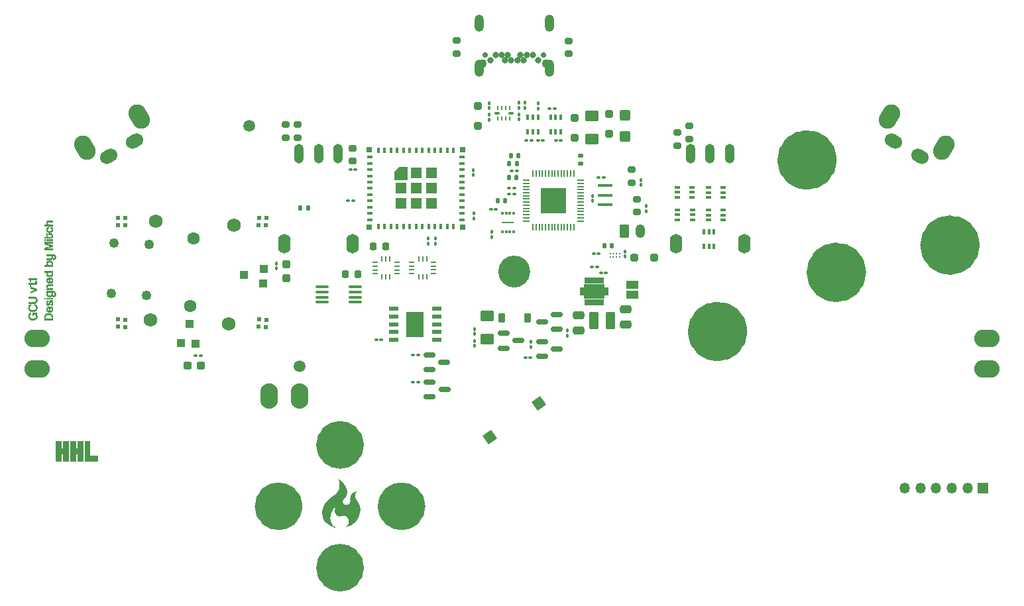
<source format=gbr>
%TF.GenerationSoftware,KiCad,Pcbnew,7.0.6*%
%TF.CreationDate,2024-02-06T15:40:46-08:00*%
%TF.ProjectId,UGC_Main,5547435f-4d61-4696-9e2e-6b696361645f,rev?*%
%TF.SameCoordinates,Original*%
%TF.FileFunction,Soldermask,Top*%
%TF.FilePolarity,Negative*%
%FSLAX46Y46*%
G04 Gerber Fmt 4.6, Leading zero omitted, Abs format (unit mm)*
G04 Created by KiCad (PCBNEW 7.0.6) date 2024-02-06 15:40:46*
%MOMM*%
%LPD*%
G01*
G04 APERTURE LIST*
G04 Aperture macros list*
%AMRoundRect*
0 Rectangle with rounded corners*
0 $1 Rounding radius*
0 $2 $3 $4 $5 $6 $7 $8 $9 X,Y pos of 4 corners*
0 Add a 4 corners polygon primitive as box body*
4,1,4,$2,$3,$4,$5,$6,$7,$8,$9,$2,$3,0*
0 Add four circle primitives for the rounded corners*
1,1,$1+$1,$2,$3*
1,1,$1+$1,$4,$5*
1,1,$1+$1,$6,$7*
1,1,$1+$1,$8,$9*
0 Add four rect primitives between the rounded corners*
20,1,$1+$1,$2,$3,$4,$5,0*
20,1,$1+$1,$4,$5,$6,$7,0*
20,1,$1+$1,$6,$7,$8,$9,0*
20,1,$1+$1,$8,$9,$2,$3,0*%
%AMHorizOval*
0 Thick line with rounded ends*
0 $1 width*
0 $2 $3 position (X,Y) of the first rounded end (center of the circle)*
0 $4 $5 position (X,Y) of the second rounded end (center of the circle)*
0 Add line between two ends*
20,1,$1,$2,$3,$4,$5,0*
0 Add two circle primitives to create the rounded ends*
1,1,$1,$2,$3*
1,1,$1,$4,$5*%
%AMRotRect*
0 Rectangle, with rotation*
0 The origin of the aperture is its center*
0 $1 length*
0 $2 width*
0 $3 Rotation angle, in degrees counterclockwise*
0 Add horizontal line*
21,1,$1,$2,0,0,$3*%
G04 Aperture macros list end*
%ADD10C,0.000000*%
%ADD11C,0.250000*%
%ADD12C,3.800000*%
%ADD13C,3.050000*%
%ADD14C,0.025000*%
%ADD15C,2.050000*%
%ADD16C,0.010000*%
%ADD17RoundRect,0.100000X0.100000X-0.130000X0.100000X0.130000X-0.100000X0.130000X-0.100000X-0.130000X0*%
%ADD18RoundRect,0.140000X-0.140000X-0.170000X0.140000X-0.170000X0.140000X0.170000X-0.140000X0.170000X0*%
%ADD19RoundRect,0.250000X0.475000X-0.250000X0.475000X0.250000X-0.475000X0.250000X-0.475000X-0.250000X0*%
%ADD20RoundRect,0.100000X-0.130000X-0.100000X0.130000X-0.100000X0.130000X0.100000X-0.130000X0.100000X0*%
%ADD21RoundRect,0.100000X0.130000X0.100000X-0.130000X0.100000X-0.130000X-0.100000X0.130000X-0.100000X0*%
%ADD22RoundRect,0.200000X-0.275000X0.200000X-0.275000X-0.200000X0.275000X-0.200000X0.275000X0.200000X0*%
%ADD23RoundRect,0.200000X0.275000X-0.200000X0.275000X0.200000X-0.275000X0.200000X-0.275000X-0.200000X0*%
%ADD24RoundRect,0.250000X0.375000X0.850000X-0.375000X0.850000X-0.375000X-0.850000X0.375000X-0.850000X0*%
%ADD25RotRect,1.000000X1.000000X357.000000*%
%ADD26RoundRect,0.100000X-0.100000X0.130000X-0.100000X-0.130000X0.100000X-0.130000X0.100000X0.130000X0*%
%ADD27R,0.745000X0.280000*%
%ADD28R,0.280000X0.745000*%
%ADD29RoundRect,0.225000X-0.225000X-0.250000X0.225000X-0.250000X0.225000X0.250000X-0.225000X0.250000X0*%
%ADD30RoundRect,0.050000X0.075000X-0.225000X0.075000X0.225000X-0.075000X0.225000X-0.075000X-0.225000X0*%
%ADD31RoundRect,0.050000X0.050000X-0.225000X0.050000X0.225000X-0.050000X0.225000X-0.050000X-0.225000X0*%
%ADD32RoundRect,0.050000X0.250000X-0.100000X0.250000X0.100000X-0.250000X0.100000X-0.250000X-0.100000X0*%
%ADD33RoundRect,0.150000X-0.587500X-0.150000X0.587500X-0.150000X0.587500X0.150000X-0.587500X0.150000X0*%
%ADD34RoundRect,0.250001X-0.624999X0.462499X-0.624999X-0.462499X0.624999X-0.462499X0.624999X0.462499X0*%
%ADD35C,1.500000*%
%ADD36RoundRect,0.250000X-0.425000X0.450000X-0.425000X-0.450000X0.425000X-0.450000X0.425000X0.450000X0*%
%ADD37RotRect,0.550000X0.550000X357.000000*%
%ADD38R,0.650000X0.400000*%
%ADD39C,1.750000*%
%ADD40C,1.600000*%
%ADD41C,1.250000*%
%ADD42R,1.300000X0.600000*%
%ADD43R,2.300000X3.200000*%
%ADD44RoundRect,0.140000X0.140000X0.170000X-0.140000X0.170000X-0.140000X-0.170000X0.140000X-0.170000X0*%
%ADD45RoundRect,0.225000X0.225000X0.375000X-0.225000X0.375000X-0.225000X-0.375000X0.225000X-0.375000X0*%
%ADD46C,0.230000*%
%ADD47RoundRect,0.140000X-0.170000X0.140000X-0.170000X-0.140000X0.170000X-0.140000X0.170000X0.140000X0*%
%ADD48RoundRect,0.250000X-0.475000X0.250000X-0.475000X-0.250000X0.475000X-0.250000X0.475000X0.250000X0*%
%ADD49RoundRect,0.135000X-0.135000X-0.185000X0.135000X-0.185000X0.135000X0.185000X-0.135000X0.185000X0*%
%ADD50HorizOval,2.250000X-0.250000X0.433013X0.250000X-0.433013X0*%
%ADD51HorizOval,1.700000X0.259808X0.150000X-0.259808X-0.150000X0*%
%ADD52HorizOval,2.250000X-0.250000X-0.433013X0.250000X0.433013X0*%
%ADD53HorizOval,1.700000X0.259808X-0.150000X-0.259808X0.150000X0*%
%ADD54RoundRect,0.150000X0.587500X0.150000X-0.587500X0.150000X-0.587500X-0.150000X0.587500X-0.150000X0*%
%ADD55RoundRect,0.050000X0.050000X-0.387500X0.050000X0.387500X-0.050000X0.387500X-0.050000X-0.387500X0*%
%ADD56RoundRect,0.050000X0.387500X-0.050000X0.387500X0.050000X-0.387500X0.050000X-0.387500X-0.050000X0*%
%ADD57R,3.200000X3.200000*%
%ADD58RoundRect,0.250001X0.624999X-0.462499X0.624999X0.462499X-0.624999X0.462499X-0.624999X-0.462499X0*%
%ADD59R,1.350000X1.350000*%
%ADD60O,1.350000X1.350000*%
%ADD61R,0.400000X0.650000*%
%ADD62RoundRect,0.250000X0.250000X-0.250000X0.250000X0.250000X-0.250000X0.250000X-0.250000X-0.250000X0*%
%ADD63R,1.500000X1.000000*%
%ADD64C,0.500000*%
%ADD65RoundRect,0.100000X-0.712500X-0.100000X0.712500X-0.100000X0.712500X0.100000X-0.712500X0.100000X0*%
%ADD66R,1.900000X0.400000*%
%ADD67O,2.250000X3.250000*%
%ADD68RoundRect,0.237500X-0.300000X-0.237500X0.300000X-0.237500X0.300000X0.237500X-0.300000X0.237500X0*%
%ADD69RotRect,1.000000X1.000000X267.000000*%
%ADD70RoundRect,0.225000X0.250000X-0.225000X0.250000X0.225000X-0.250000X0.225000X-0.250000X-0.225000X0*%
%ADD71RoundRect,0.250000X-0.250000X0.250000X-0.250000X-0.250000X0.250000X-0.250000X0.250000X0.250000X0*%
%ADD72RoundRect,0.237500X0.237500X-0.300000X0.237500X0.300000X-0.237500X0.300000X-0.237500X-0.300000X0*%
%ADD73R,0.800000X0.400000*%
%ADD74R,0.400000X0.800000*%
%ADD75R,1.450000X1.450000*%
%ADD76R,0.700000X0.700000*%
%ADD77O,3.250000X2.250000*%
%ADD78RotRect,1.350000X1.350000X215.000000*%
%ADD79RoundRect,0.250000X0.250000X0.250000X-0.250000X0.250000X-0.250000X-0.250000X0.250000X-0.250000X0*%
%ADD80R,0.300000X0.400000*%
%ADD81R,1.600000X0.200000*%
%ADD82O,1.250000X2.500000*%
%ADD83O,1.600000X2.500000*%
%ADD84RoundRect,0.250000X-0.350000X-0.625000X0.350000X-0.625000X0.350000X0.625000X-0.350000X0.625000X0*%
%ADD85O,1.200000X1.750000*%
%ADD86C,0.700000*%
%ADD87C,0.804000*%
%ADD88O,1.204000X2.204000*%
%ADD89C,1.104000*%
G04 APERTURE END LIST*
D10*
G36*
X196138800Y-143103600D02*
G01*
X196262106Y-143187192D01*
X196376141Y-143272142D01*
X196481154Y-143358278D01*
X196577394Y-143445426D01*
X196665108Y-143533414D01*
X196744545Y-143622068D01*
X196815953Y-143711215D01*
X196879580Y-143800682D01*
X196935676Y-143890295D01*
X196984487Y-143979881D01*
X197026263Y-144069268D01*
X197061251Y-144158282D01*
X197089701Y-144246749D01*
X197111859Y-144334497D01*
X197127975Y-144421352D01*
X197138297Y-144507142D01*
X197143073Y-144591692D01*
X197142551Y-144674831D01*
X197136980Y-144756384D01*
X197126607Y-144836178D01*
X197111682Y-144914040D01*
X197092453Y-144989798D01*
X197069167Y-145063277D01*
X197042074Y-145134305D01*
X197011420Y-145202708D01*
X196977456Y-145268313D01*
X196940428Y-145330948D01*
X196900586Y-145390438D01*
X196858177Y-145446611D01*
X196813450Y-145499293D01*
X196766653Y-145548312D01*
X196745009Y-145570862D01*
X196724729Y-145593834D01*
X196705823Y-145617187D01*
X196688299Y-145640877D01*
X196672165Y-145664863D01*
X196657430Y-145689103D01*
X196644103Y-145713553D01*
X196632191Y-145738171D01*
X196621704Y-145762915D01*
X196612650Y-145787743D01*
X196605036Y-145812612D01*
X196598873Y-145837480D01*
X196594168Y-145862305D01*
X196590929Y-145887043D01*
X196589166Y-145911653D01*
X196588886Y-145936092D01*
X196590099Y-145960318D01*
X196592812Y-145984288D01*
X196597035Y-146007961D01*
X196602775Y-146031293D01*
X196610041Y-146054242D01*
X196618841Y-146076766D01*
X196629185Y-146098823D01*
X196641080Y-146120370D01*
X196654535Y-146141365D01*
X196669558Y-146161764D01*
X196686159Y-146181527D01*
X196704345Y-146200611D01*
X196724124Y-146218972D01*
X196745506Y-146236569D01*
X196768499Y-146253360D01*
X196793112Y-146269302D01*
X196825068Y-146286463D01*
X196857609Y-146300782D01*
X196890622Y-146312326D01*
X196923995Y-146321159D01*
X196957615Y-146327347D01*
X196991370Y-146330955D01*
X197025146Y-146332049D01*
X197058832Y-146330693D01*
X197092314Y-146326954D01*
X197125480Y-146320897D01*
X197158217Y-146312588D01*
X197190413Y-146302090D01*
X197221955Y-146289471D01*
X197252730Y-146274795D01*
X197282626Y-146258129D01*
X197311530Y-146239536D01*
X197339329Y-146219083D01*
X197365911Y-146196835D01*
X197391163Y-146172858D01*
X197414973Y-146147216D01*
X197437228Y-146119976D01*
X197457814Y-146091202D01*
X197476621Y-146060960D01*
X197493534Y-146029316D01*
X197508442Y-145996335D01*
X197521231Y-145962082D01*
X197531789Y-145926623D01*
X197540004Y-145890022D01*
X197545763Y-145852347D01*
X197548952Y-145813661D01*
X197549460Y-145774030D01*
X197547174Y-145733520D01*
X197539223Y-145612543D01*
X197537821Y-145497747D01*
X197539637Y-145442709D01*
X197543163Y-145389268D01*
X197548423Y-145337440D01*
X197555443Y-145287243D01*
X197564244Y-145238692D01*
X197574853Y-145191806D01*
X197587294Y-145146601D01*
X197601590Y-145103094D01*
X197617765Y-145061302D01*
X197635845Y-145021241D01*
X197655852Y-144982930D01*
X197677812Y-144946385D01*
X197701749Y-144911622D01*
X197727687Y-144878660D01*
X197755649Y-144847514D01*
X197785661Y-144818202D01*
X197817746Y-144790740D01*
X197851930Y-144765146D01*
X197888235Y-144741437D01*
X197926686Y-144719629D01*
X197967308Y-144699739D01*
X198010124Y-144681785D01*
X198055159Y-144665784D01*
X198102438Y-144651752D01*
X198151983Y-144639706D01*
X198203820Y-144629663D01*
X198257973Y-144621641D01*
X198314466Y-144615656D01*
X198270534Y-144703884D01*
X198235162Y-144787712D01*
X198207881Y-144867472D01*
X198188220Y-144943491D01*
X198175711Y-145016100D01*
X198169882Y-145085627D01*
X198170264Y-145152403D01*
X198176387Y-145216756D01*
X198187780Y-145279016D01*
X198203975Y-145339513D01*
X198224501Y-145398576D01*
X198248889Y-145456535D01*
X198276667Y-145513718D01*
X198307367Y-145570455D01*
X198375651Y-145683911D01*
X198526598Y-145919969D01*
X198601742Y-146047842D01*
X198637586Y-146115393D01*
X198671653Y-146185792D01*
X198703472Y-146259370D01*
X198732573Y-146336455D01*
X198758487Y-146417377D01*
X198780742Y-146502465D01*
X198798870Y-146592050D01*
X198812401Y-146686459D01*
X198820863Y-146786024D01*
X198823789Y-146891072D01*
X198817211Y-147057675D01*
X198797214Y-147228920D01*
X198763400Y-147403090D01*
X198715372Y-147578472D01*
X198652732Y-147753350D01*
X198575083Y-147926009D01*
X198530506Y-148010971D01*
X198482028Y-148094734D01*
X198429600Y-148177086D01*
X198373170Y-148257810D01*
X198312691Y-148336694D01*
X198248112Y-148413523D01*
X198179383Y-148488082D01*
X198106455Y-148560156D01*
X198029279Y-148629533D01*
X197947804Y-148695996D01*
X197861981Y-148759332D01*
X197771760Y-148819327D01*
X197677092Y-148875765D01*
X197577927Y-148928433D01*
X197474215Y-148977117D01*
X197365906Y-149021601D01*
X197252952Y-149061672D01*
X197135302Y-149097115D01*
X197012907Y-149127716D01*
X196885716Y-149153260D01*
X196944182Y-149123357D01*
X196998112Y-149090770D01*
X197047625Y-149055606D01*
X197092835Y-149017971D01*
X197133860Y-148977972D01*
X197170815Y-148935715D01*
X197203817Y-148891307D01*
X197232981Y-148844855D01*
X197258426Y-148796465D01*
X197280265Y-148746243D01*
X197298617Y-148694297D01*
X197313597Y-148640733D01*
X197325321Y-148585657D01*
X197333906Y-148529176D01*
X197339467Y-148471397D01*
X197342122Y-148412426D01*
X197342244Y-148369209D01*
X197340154Y-148326438D01*
X197335885Y-148284213D01*
X197329474Y-148242631D01*
X197320956Y-148201789D01*
X197310365Y-148161788D01*
X197297738Y-148122723D01*
X197283108Y-148084695D01*
X197266511Y-148047799D01*
X197247982Y-148012136D01*
X197227557Y-147977802D01*
X197205270Y-147944897D01*
X197181157Y-147913517D01*
X197155252Y-147883762D01*
X197127591Y-147855729D01*
X197098210Y-147829516D01*
X197067142Y-147805222D01*
X197034423Y-147782945D01*
X197000089Y-147762782D01*
X196964174Y-147744832D01*
X196926713Y-147729192D01*
X196887743Y-147715962D01*
X196847297Y-147705239D01*
X196805411Y-147697121D01*
X196762120Y-147691707D01*
X196717459Y-147689094D01*
X196671464Y-147689380D01*
X196624169Y-147692664D01*
X196575609Y-147699044D01*
X196525820Y-147708618D01*
X196474837Y-147721483D01*
X196422695Y-147737739D01*
X196369093Y-147753623D01*
X196316259Y-147765360D01*
X196264305Y-147773027D01*
X196213341Y-147776703D01*
X196163476Y-147776464D01*
X196114821Y-147772388D01*
X196067487Y-147764552D01*
X196021583Y-147753035D01*
X195977219Y-147737913D01*
X195934506Y-147719264D01*
X195893555Y-147697166D01*
X195854474Y-147671696D01*
X195817375Y-147642932D01*
X195782368Y-147610951D01*
X195749562Y-147575830D01*
X195719069Y-147537648D01*
X195690998Y-147496481D01*
X195665459Y-147452407D01*
X195642564Y-147405505D01*
X195622421Y-147355850D01*
X195605142Y-147303521D01*
X195590835Y-147248596D01*
X195579613Y-147191151D01*
X195571584Y-147131264D01*
X195566860Y-147069014D01*
X195565550Y-147004476D01*
X195567764Y-146937730D01*
X195573613Y-146868851D01*
X195583207Y-146797919D01*
X195596655Y-146725010D01*
X195614070Y-146650202D01*
X195635560Y-146573572D01*
X195548400Y-146655017D01*
X195467939Y-146739189D01*
X195394094Y-146825832D01*
X195326780Y-146914688D01*
X195265915Y-147005502D01*
X195211414Y-147098017D01*
X195163195Y-147191975D01*
X195121173Y-147287120D01*
X195085265Y-147383196D01*
X195055387Y-147479945D01*
X195031456Y-147577110D01*
X195013389Y-147674435D01*
X195001101Y-147771664D01*
X194994509Y-147868538D01*
X194993530Y-147964803D01*
X194998079Y-148060200D01*
X195008075Y-148154473D01*
X195023432Y-148247365D01*
X195044067Y-148338620D01*
X195069897Y-148427981D01*
X195100838Y-148515191D01*
X195136806Y-148599993D01*
X195177719Y-148682130D01*
X195223492Y-148761346D01*
X195274042Y-148837384D01*
X195329285Y-148909987D01*
X195389138Y-148978898D01*
X195453517Y-149043861D01*
X195522338Y-149104619D01*
X195595519Y-149160914D01*
X195672975Y-149212491D01*
X195754622Y-149259093D01*
X195562023Y-149210582D01*
X195382129Y-149154631D01*
X195214623Y-149091667D01*
X195059187Y-149022118D01*
X194915504Y-148946411D01*
X194783257Y-148864975D01*
X194662129Y-148778236D01*
X194551802Y-148686622D01*
X194451958Y-148590560D01*
X194362282Y-148490479D01*
X194282454Y-148386805D01*
X194212158Y-148279967D01*
X194151077Y-148170391D01*
X194098893Y-148058506D01*
X194055289Y-147944738D01*
X194019948Y-147829516D01*
X193992552Y-147713267D01*
X193972783Y-147596418D01*
X193960326Y-147479398D01*
X193954861Y-147362633D01*
X193956073Y-147246551D01*
X193963643Y-147131579D01*
X193977255Y-147018146D01*
X193996590Y-146906679D01*
X194021332Y-146797604D01*
X194051164Y-146691351D01*
X194085767Y-146588346D01*
X194124825Y-146489017D01*
X194168021Y-146393791D01*
X194215036Y-146303096D01*
X194265554Y-146217360D01*
X194319258Y-146137010D01*
X194404424Y-146023893D01*
X194493330Y-145917307D01*
X194585375Y-145816651D01*
X194679959Y-145721325D01*
X194776481Y-145630726D01*
X194874340Y-145544255D01*
X194972936Y-145461311D01*
X195071667Y-145381294D01*
X195455932Y-145078470D01*
X195546331Y-145004072D01*
X195633260Y-144928996D01*
X195716120Y-144852641D01*
X195794310Y-144774406D01*
X195861363Y-144701235D01*
X195923320Y-144625293D01*
X195979734Y-144546135D01*
X196030161Y-144463314D01*
X196074154Y-144376384D01*
X196111267Y-144284901D01*
X196141055Y-144188418D01*
X196163073Y-144086489D01*
X196176874Y-143978669D01*
X196182012Y-143864513D01*
X196178043Y-143743574D01*
X196164520Y-143615407D01*
X196140997Y-143479566D01*
X196107030Y-143335605D01*
X196062171Y-143183079D01*
X196005976Y-143021541D01*
X196138800Y-143103600D01*
G37*
D11*
G36*
X157553320Y-121701506D02*
G01*
X156936363Y-121701506D01*
X156936363Y-122185693D01*
X157141527Y-122185693D01*
X157141527Y-121938617D01*
X157164791Y-121939930D01*
X157187559Y-121943795D01*
X157209692Y-121950095D01*
X157231052Y-121958717D01*
X157251501Y-121969545D01*
X157270899Y-121982466D01*
X157280160Y-121989675D01*
X157289107Y-121997364D01*
X157297722Y-122005518D01*
X157305988Y-122014125D01*
X157313887Y-122023168D01*
X157321402Y-122032634D01*
X157328515Y-122042508D01*
X157335210Y-122052777D01*
X157341469Y-122063425D01*
X157347275Y-122074438D01*
X157352610Y-122085803D01*
X157357457Y-122097505D01*
X157361799Y-122109528D01*
X157365618Y-122121860D01*
X157368897Y-122134486D01*
X157371619Y-122147391D01*
X157373766Y-122160562D01*
X157375321Y-122173983D01*
X157376267Y-122187640D01*
X157376586Y-122201520D01*
X157376008Y-122220895D01*
X157374300Y-122239567D01*
X157371503Y-122257541D01*
X157367657Y-122274823D01*
X157362800Y-122291419D01*
X157356974Y-122307334D01*
X157350219Y-122322575D01*
X157342574Y-122337148D01*
X157334079Y-122351058D01*
X157324775Y-122364310D01*
X157314700Y-122376911D01*
X157303897Y-122388867D01*
X157292403Y-122400183D01*
X157280260Y-122410865D01*
X157267507Y-122420919D01*
X157254184Y-122430351D01*
X157240331Y-122439166D01*
X157225989Y-122447371D01*
X157211196Y-122454970D01*
X157195994Y-122461971D01*
X157180422Y-122468378D01*
X157164520Y-122474197D01*
X157148329Y-122479435D01*
X157131887Y-122484097D01*
X157115235Y-122488188D01*
X157098414Y-122491716D01*
X157081462Y-122494684D01*
X157064420Y-122497100D01*
X157047329Y-122498969D01*
X157030227Y-122500297D01*
X157013155Y-122501090D01*
X156996153Y-122501352D01*
X156972386Y-122501005D01*
X156949335Y-122499968D01*
X156927004Y-122498254D01*
X156905395Y-122495871D01*
X156884510Y-122492830D01*
X156864351Y-122489142D01*
X156844922Y-122484817D01*
X156826225Y-122479865D01*
X156808261Y-122474297D01*
X156791035Y-122468122D01*
X156774547Y-122461351D01*
X156758801Y-122453995D01*
X156743799Y-122446064D01*
X156729543Y-122437567D01*
X156716037Y-122428516D01*
X156703282Y-122418921D01*
X156691281Y-122408791D01*
X156680036Y-122398137D01*
X156669550Y-122386970D01*
X156659825Y-122375300D01*
X156650864Y-122363137D01*
X156642670Y-122350492D01*
X156635244Y-122337374D01*
X156628589Y-122323794D01*
X156622708Y-122309763D01*
X156617603Y-122295290D01*
X156613277Y-122280386D01*
X156609732Y-122265061D01*
X156606970Y-122249326D01*
X156604994Y-122233191D01*
X156603807Y-122216666D01*
X156603411Y-122199761D01*
X156604312Y-122176582D01*
X156606968Y-122153941D01*
X156611305Y-122131950D01*
X156617250Y-122110721D01*
X156624731Y-122090366D01*
X156633674Y-122070998D01*
X156644006Y-122052727D01*
X156655654Y-122035667D01*
X156668546Y-122019929D01*
X156682609Y-122005626D01*
X156697768Y-121992869D01*
X156713952Y-121981770D01*
X156731088Y-121972442D01*
X156749101Y-121964997D01*
X156767921Y-121959546D01*
X156787472Y-121956202D01*
X156787472Y-121702385D01*
X156765758Y-121704622D01*
X156744479Y-121707965D01*
X156723652Y-121712388D01*
X156703294Y-121717866D01*
X156683422Y-121724377D01*
X156664052Y-121731893D01*
X156645201Y-121740392D01*
X156626886Y-121749848D01*
X156609122Y-121760236D01*
X156591928Y-121771532D01*
X156575318Y-121783712D01*
X156559311Y-121796749D01*
X156543922Y-121810621D01*
X156529169Y-121825301D01*
X156515068Y-121840766D01*
X156501635Y-121856991D01*
X156488887Y-121873951D01*
X156476842Y-121891621D01*
X156465514Y-121909976D01*
X156454922Y-121928993D01*
X156445082Y-121948646D01*
X156436010Y-121968910D01*
X156427723Y-121989762D01*
X156420238Y-122011175D01*
X156413571Y-122033127D01*
X156407739Y-122055590D01*
X156402759Y-122078543D01*
X156398647Y-122101958D01*
X156395419Y-122125813D01*
X156393093Y-122150081D01*
X156391686Y-122174739D01*
X156391213Y-122199761D01*
X156391994Y-122233547D01*
X156394311Y-122266317D01*
X156398125Y-122298068D01*
X156403398Y-122328796D01*
X156410092Y-122358498D01*
X156418166Y-122387169D01*
X156427583Y-122414807D01*
X156438304Y-122441406D01*
X156450291Y-122466964D01*
X156463504Y-122491477D01*
X156477904Y-122514940D01*
X156493454Y-122537351D01*
X156510115Y-122558705D01*
X156527847Y-122578999D01*
X156546612Y-122598229D01*
X156566372Y-122616391D01*
X156587087Y-122633481D01*
X156608719Y-122649496D01*
X156631230Y-122664432D01*
X156654580Y-122678285D01*
X156678731Y-122691051D01*
X156703645Y-122702727D01*
X156729281Y-122713308D01*
X156755603Y-122722792D01*
X156782571Y-122731174D01*
X156810147Y-122738451D01*
X156838291Y-122744618D01*
X156866965Y-122749673D01*
X156896130Y-122753611D01*
X156925749Y-122756428D01*
X156955781Y-122758121D01*
X156986188Y-122758687D01*
X157015414Y-122758100D01*
X157044476Y-122756352D01*
X157073325Y-122753458D01*
X157101910Y-122749434D01*
X157130181Y-122744296D01*
X157158089Y-122738061D01*
X157185582Y-122730744D01*
X157212611Y-122722362D01*
X157239125Y-122712930D01*
X157265075Y-122702466D01*
X157290411Y-122690984D01*
X157315082Y-122678501D01*
X157339038Y-122665033D01*
X157362228Y-122650597D01*
X157384604Y-122635208D01*
X157406115Y-122618882D01*
X157426710Y-122601636D01*
X157446340Y-122583485D01*
X157464955Y-122564446D01*
X157482503Y-122544535D01*
X157498936Y-122523768D01*
X157514203Y-122502161D01*
X157528253Y-122479730D01*
X157541038Y-122456491D01*
X157552506Y-122432461D01*
X157562608Y-122407655D01*
X157571293Y-122382089D01*
X157578511Y-122355780D01*
X157584213Y-122328744D01*
X157588347Y-122300996D01*
X157590865Y-122272554D01*
X157591715Y-122243432D01*
X157591548Y-122228966D01*
X157591053Y-122214649D01*
X157590239Y-122200493D01*
X157589113Y-122186510D01*
X157587684Y-122172714D01*
X157585962Y-122159117D01*
X157583953Y-122145731D01*
X157581668Y-122132570D01*
X157579113Y-122119646D01*
X157576299Y-122106971D01*
X157573232Y-122094559D01*
X157569922Y-122082422D01*
X157566378Y-122070572D01*
X157562607Y-122059023D01*
X157558618Y-122047787D01*
X157550020Y-122026303D01*
X157540653Y-122006224D01*
X157530583Y-121987650D01*
X157519880Y-121970683D01*
X157508610Y-121955424D01*
X157496842Y-121941974D01*
X157484643Y-121930434D01*
X157472082Y-121920906D01*
X157465686Y-121916928D01*
X157554200Y-121913118D01*
X157553320Y-121701506D01*
G37*
G36*
X157154130Y-120888177D02*
G01*
X157167255Y-120891418D01*
X157179978Y-120894932D01*
X157192297Y-120898720D01*
X157204211Y-120902784D01*
X157215720Y-120907125D01*
X157226822Y-120911745D01*
X157237518Y-120916646D01*
X157257682Y-120927294D01*
X157276207Y-120939081D01*
X157293083Y-120952020D01*
X157308305Y-120966122D01*
X157321865Y-120981400D01*
X157333755Y-120997866D01*
X157343969Y-121015531D01*
X157352498Y-121034407D01*
X157359336Y-121054507D01*
X157364476Y-121075843D01*
X157367909Y-121098426D01*
X157368984Y-121110190D01*
X157369630Y-121122270D01*
X157369845Y-121134667D01*
X157369442Y-121150918D01*
X157368239Y-121166645D01*
X157366241Y-121181847D01*
X157363455Y-121196525D01*
X157359886Y-121210680D01*
X157355542Y-121224313D01*
X157350429Y-121237423D01*
X157344552Y-121250012D01*
X157337918Y-121262081D01*
X157330534Y-121273629D01*
X157322406Y-121284658D01*
X157313539Y-121295167D01*
X157303940Y-121305159D01*
X157293616Y-121314632D01*
X157282573Y-121323588D01*
X157270817Y-121332028D01*
X157258354Y-121339951D01*
X157245190Y-121347359D01*
X157231333Y-121354252D01*
X157216788Y-121360631D01*
X157201561Y-121366496D01*
X157185659Y-121371848D01*
X157169088Y-121376688D01*
X157151854Y-121381015D01*
X157133963Y-121384831D01*
X157115423Y-121388137D01*
X157096238Y-121390932D01*
X157076416Y-121393218D01*
X157055963Y-121394995D01*
X157034885Y-121396263D01*
X157013187Y-121397024D01*
X156990878Y-121397277D01*
X156968851Y-121397023D01*
X156947399Y-121396260D01*
X156926530Y-121394985D01*
X156906252Y-121393194D01*
X156886574Y-121390886D01*
X156867503Y-121388058D01*
X156849048Y-121384706D01*
X156831216Y-121380827D01*
X156814017Y-121376420D01*
X156797457Y-121371481D01*
X156781546Y-121366008D01*
X156766292Y-121359997D01*
X156751702Y-121353446D01*
X156737785Y-121346353D01*
X156724549Y-121338713D01*
X156712001Y-121330526D01*
X156700151Y-121321786D01*
X156689007Y-121312493D01*
X156678576Y-121302643D01*
X156668867Y-121292234D01*
X156659887Y-121281262D01*
X156651646Y-121269724D01*
X156644150Y-121257619D01*
X156637410Y-121244943D01*
X156631431Y-121231693D01*
X156626223Y-121217867D01*
X156621794Y-121203462D01*
X156618153Y-121188475D01*
X156615306Y-121172903D01*
X156613262Y-121156743D01*
X156612030Y-121139993D01*
X156611618Y-121122650D01*
X156612445Y-121102652D01*
X156614916Y-121083039D01*
X156619009Y-121063882D01*
X156624706Y-121045251D01*
X156631986Y-121027216D01*
X156640829Y-121009847D01*
X156651217Y-120993214D01*
X156663128Y-120977387D01*
X156676544Y-120962436D01*
X156691445Y-120948430D01*
X156707810Y-120935440D01*
X156725621Y-120923536D01*
X156744857Y-120912788D01*
X156765499Y-120903265D01*
X156787526Y-120895038D01*
X156799053Y-120891433D01*
X156810920Y-120888177D01*
X156810920Y-120636998D01*
X156788931Y-120639631D01*
X156767276Y-120643183D01*
X156745978Y-120647643D01*
X156725061Y-120653001D01*
X156704549Y-120659245D01*
X156684465Y-120666365D01*
X156664834Y-120674351D01*
X156645680Y-120683192D01*
X156627027Y-120692877D01*
X156608898Y-120703397D01*
X156591317Y-120714740D01*
X156574309Y-120726895D01*
X156557897Y-120739853D01*
X156542106Y-120753602D01*
X156526958Y-120768133D01*
X156512479Y-120783434D01*
X156498692Y-120799495D01*
X156485621Y-120816305D01*
X156473290Y-120833854D01*
X156461723Y-120852131D01*
X156450944Y-120871126D01*
X156440976Y-120890828D01*
X156431844Y-120911226D01*
X156423572Y-120932310D01*
X156416183Y-120954070D01*
X156409702Y-120976494D01*
X156404152Y-120999573D01*
X156399558Y-121023295D01*
X156395943Y-121047651D01*
X156393331Y-121072628D01*
X156391746Y-121098218D01*
X156391213Y-121124409D01*
X156391901Y-121154394D01*
X156393954Y-121183670D01*
X156397356Y-121212220D01*
X156402087Y-121240029D01*
X156408131Y-121267080D01*
X156415471Y-121293358D01*
X156424089Y-121318847D01*
X156433967Y-121343531D01*
X156445089Y-121367395D01*
X156457437Y-121390421D01*
X156470994Y-121412595D01*
X156485742Y-121433900D01*
X156501663Y-121454321D01*
X156518741Y-121473841D01*
X156536958Y-121492445D01*
X156556296Y-121510117D01*
X156576739Y-121526841D01*
X156598269Y-121542602D01*
X156620868Y-121557382D01*
X156644519Y-121571167D01*
X156669205Y-121583941D01*
X156694908Y-121595687D01*
X156721612Y-121606390D01*
X156749297Y-121616033D01*
X156777948Y-121624602D01*
X156807547Y-121632079D01*
X156838075Y-121638450D01*
X156869517Y-121643698D01*
X156901855Y-121647808D01*
X156935071Y-121650763D01*
X156969147Y-121652547D01*
X157004067Y-121653146D01*
X157039404Y-121652479D01*
X157073698Y-121650496D01*
X157106942Y-121647229D01*
X157139132Y-121642707D01*
X157170263Y-121636960D01*
X157200329Y-121630018D01*
X157229326Y-121621910D01*
X157257248Y-121612667D01*
X157284090Y-121602319D01*
X157309847Y-121590894D01*
X157334514Y-121578424D01*
X157358086Y-121564939D01*
X157380558Y-121550467D01*
X157401925Y-121535039D01*
X157422182Y-121518685D01*
X157441323Y-121501434D01*
X157459343Y-121483318D01*
X157476238Y-121464364D01*
X157492002Y-121444605D01*
X157506630Y-121424068D01*
X157520117Y-121402785D01*
X157532458Y-121380784D01*
X157543648Y-121358097D01*
X157553682Y-121334752D01*
X157562554Y-121310781D01*
X157570260Y-121286212D01*
X157576795Y-121261075D01*
X157582153Y-121235401D01*
X157586329Y-121209219D01*
X157589318Y-121182559D01*
X157591115Y-121155452D01*
X157591715Y-121127926D01*
X157591212Y-121103551D01*
X157589712Y-121079670D01*
X157587230Y-121056293D01*
X157583780Y-121033427D01*
X157579378Y-121011082D01*
X157574037Y-120989265D01*
X157567774Y-120967986D01*
X157560602Y-120947254D01*
X157552536Y-120927075D01*
X157543591Y-120907461D01*
X157533781Y-120888418D01*
X157523122Y-120869955D01*
X157511627Y-120852082D01*
X157499312Y-120834806D01*
X157486192Y-120818136D01*
X157472280Y-120802082D01*
X157457593Y-120786650D01*
X157442144Y-120771851D01*
X157425948Y-120757692D01*
X157409020Y-120744182D01*
X157391374Y-120731330D01*
X157373026Y-120719145D01*
X157353990Y-120707634D01*
X157334280Y-120696807D01*
X157313912Y-120686672D01*
X157292900Y-120677237D01*
X157271259Y-120668512D01*
X157249003Y-120660505D01*
X157226148Y-120653224D01*
X157202707Y-120646678D01*
X157178696Y-120640876D01*
X157154130Y-120635826D01*
X157154130Y-120888177D01*
G37*
G36*
X157174646Y-119949992D02*
G01*
X157187612Y-119950192D01*
X157200134Y-119950794D01*
X157212214Y-119951800D01*
X157223853Y-119953211D01*
X157245821Y-119957254D01*
X157266054Y-119962938D01*
X157284570Y-119970276D01*
X157301385Y-119979281D01*
X157316518Y-119989966D01*
X157329985Y-120002345D01*
X157341803Y-120016431D01*
X157351989Y-120032238D01*
X157360562Y-120049778D01*
X157367537Y-120069065D01*
X157372932Y-120090112D01*
X157376765Y-120112933D01*
X157378100Y-120125012D01*
X157379052Y-120137540D01*
X157379621Y-120150519D01*
X157379810Y-120163948D01*
X157378873Y-120186132D01*
X157376088Y-120207056D01*
X157371497Y-120226697D01*
X157365142Y-120245029D01*
X157357064Y-120262031D01*
X157347306Y-120277679D01*
X157335909Y-120291948D01*
X157322914Y-120304815D01*
X157308363Y-120316258D01*
X157292298Y-120326251D01*
X157274760Y-120334771D01*
X157255791Y-120341795D01*
X157235433Y-120347300D01*
X157213727Y-120351261D01*
X157190716Y-120353655D01*
X157178733Y-120354257D01*
X157166440Y-120354458D01*
X156428728Y-120354458D01*
X156428728Y-120610327D01*
X157188128Y-120610327D01*
X157213165Y-120609814D01*
X157237387Y-120608285D01*
X157260795Y-120605754D01*
X157283392Y-120602236D01*
X157305178Y-120597744D01*
X157326155Y-120592293D01*
X157346324Y-120585898D01*
X157365687Y-120578572D01*
X157384244Y-120570330D01*
X157401996Y-120561186D01*
X157418946Y-120551154D01*
X157435094Y-120540249D01*
X157450442Y-120528485D01*
X157464992Y-120515876D01*
X157478743Y-120502437D01*
X157491698Y-120488181D01*
X157503858Y-120473123D01*
X157515223Y-120457278D01*
X157525797Y-120440659D01*
X157535579Y-120423281D01*
X157544571Y-120405158D01*
X157552775Y-120386304D01*
X157560191Y-120366734D01*
X157566821Y-120346462D01*
X157572666Y-120325502D01*
X157577728Y-120303869D01*
X157582007Y-120281576D01*
X157585505Y-120258639D01*
X157588224Y-120235070D01*
X157590164Y-120210886D01*
X157591328Y-120186099D01*
X157591715Y-120160724D01*
X157591293Y-120133337D01*
X157590029Y-120106685D01*
X157587926Y-120080777D01*
X157584986Y-120055621D01*
X157581213Y-120031228D01*
X157576609Y-120007604D01*
X157571177Y-119984760D01*
X157564920Y-119962705D01*
X157557841Y-119941445D01*
X157549943Y-119920992D01*
X157541228Y-119901353D01*
X157531700Y-119882537D01*
X157521360Y-119864553D01*
X157510213Y-119847411D01*
X157498261Y-119831117D01*
X157485506Y-119815683D01*
X157471952Y-119801115D01*
X157457602Y-119787424D01*
X157442457Y-119774617D01*
X157426522Y-119762704D01*
X157409799Y-119751693D01*
X157392290Y-119741594D01*
X157374000Y-119732415D01*
X157354929Y-119724165D01*
X157335082Y-119716852D01*
X157314462Y-119710486D01*
X157293070Y-119705075D01*
X157270910Y-119700628D01*
X157247985Y-119697154D01*
X157224297Y-119694662D01*
X157199850Y-119693160D01*
X157174646Y-119692657D01*
X156428728Y-119692657D01*
X156428728Y-119949992D01*
X157174646Y-119949992D01*
G37*
G36*
X157554200Y-118715784D02*
G01*
X156710096Y-118411262D01*
X156710096Y-118661562D01*
X157234144Y-118829796D01*
X156710096Y-118995979D01*
X156710096Y-119259468D01*
X157554200Y-118957291D01*
X157554200Y-118715784D01*
G37*
G36*
X157554200Y-117946712D02*
G01*
X156428728Y-117946712D01*
X156428728Y-118142497D01*
X156440767Y-118143949D01*
X156452377Y-118145680D01*
X156474319Y-118150045D01*
X156494580Y-118155729D01*
X156513185Y-118162871D01*
X156530158Y-118171609D01*
X156545524Y-118182080D01*
X156559309Y-118194422D01*
X156571537Y-118208772D01*
X156582234Y-118225270D01*
X156591423Y-118244051D01*
X156599130Y-118265255D01*
X156602436Y-118276809D01*
X156605380Y-118289020D01*
X156607967Y-118301905D01*
X156610198Y-118315482D01*
X156612078Y-118329768D01*
X156613608Y-118344780D01*
X156614794Y-118360535D01*
X156615636Y-118377051D01*
X156616140Y-118394345D01*
X156616307Y-118412434D01*
X156786300Y-118412434D01*
X156786300Y-118183823D01*
X157554200Y-118183823D01*
X157554200Y-117946712D01*
G37*
G36*
X157554200Y-117631052D02*
G01*
X157308882Y-117631052D01*
X157308882Y-117883404D01*
X157554200Y-117883404D01*
X157554200Y-117631052D01*
G37*
G36*
X157554200Y-117342944D02*
G01*
X156428728Y-117342944D01*
X156428728Y-117538729D01*
X156440767Y-117540181D01*
X156452377Y-117541911D01*
X156474319Y-117546276D01*
X156494580Y-117551961D01*
X156513185Y-117559103D01*
X156530158Y-117567841D01*
X156545524Y-117578311D01*
X156559309Y-117590653D01*
X156571537Y-117605004D01*
X156582234Y-117621501D01*
X156591423Y-117640283D01*
X156599130Y-117661487D01*
X156602436Y-117673041D01*
X156605380Y-117685251D01*
X156607967Y-117698137D01*
X156610198Y-117711714D01*
X156612078Y-117725999D01*
X156613608Y-117741011D01*
X156614794Y-117756767D01*
X156615636Y-117773283D01*
X156616140Y-117790577D01*
X156616307Y-117808666D01*
X156786300Y-117808666D01*
X156786300Y-117580054D01*
X157554200Y-117580054D01*
X157554200Y-117342944D01*
G37*
G36*
X159027490Y-121777701D02*
G01*
X159058316Y-121779420D01*
X159088488Y-121782263D01*
X159117981Y-121786210D01*
X159146771Y-121791243D01*
X159174835Y-121797342D01*
X159202147Y-121804489D01*
X159228684Y-121812665D01*
X159254421Y-121821852D01*
X159279335Y-121832030D01*
X159303402Y-121843180D01*
X159326596Y-121855285D01*
X159348894Y-121868324D01*
X159370272Y-121882279D01*
X159390706Y-121897131D01*
X159410172Y-121912862D01*
X159428644Y-121929452D01*
X159446100Y-121946883D01*
X159462515Y-121965135D01*
X159477865Y-121984191D01*
X159492126Y-122004031D01*
X159505274Y-122024636D01*
X159517283Y-122045988D01*
X159528132Y-122068067D01*
X159537794Y-122090855D01*
X159546247Y-122114334D01*
X159553465Y-122138483D01*
X159559425Y-122163285D01*
X159564103Y-122188720D01*
X159567474Y-122214770D01*
X159569514Y-122241415D01*
X159570200Y-122268638D01*
X159570200Y-122745205D01*
X158444728Y-122745205D01*
X158444728Y-122499594D01*
X158656927Y-122499594D01*
X159361812Y-122499594D01*
X159361812Y-122315826D01*
X159361460Y-122297561D01*
X159360405Y-122279967D01*
X159358646Y-122263037D01*
X159356180Y-122246767D01*
X159353008Y-122231149D01*
X159349128Y-122216178D01*
X159344539Y-122201847D01*
X159339239Y-122188152D01*
X159333228Y-122175086D01*
X159326504Y-122162643D01*
X159319067Y-122150817D01*
X159310915Y-122139602D01*
X159302047Y-122128992D01*
X159292462Y-122118981D01*
X159282159Y-122109563D01*
X159271136Y-122100733D01*
X159259393Y-122092484D01*
X159246929Y-122084811D01*
X159233742Y-122077707D01*
X159219831Y-122071166D01*
X159205195Y-122065183D01*
X159189833Y-122059751D01*
X159173744Y-122054865D01*
X159156927Y-122050518D01*
X159139380Y-122046706D01*
X159121103Y-122043420D01*
X159102094Y-122040657D01*
X159082352Y-122038409D01*
X159061876Y-122036672D01*
X159040665Y-122035438D01*
X159018718Y-122034702D01*
X158996033Y-122034458D01*
X158973451Y-122034700D01*
X158951750Y-122035433D01*
X158930918Y-122036667D01*
X158910945Y-122038412D01*
X158891821Y-122040679D01*
X158873534Y-122043476D01*
X158856075Y-122046816D01*
X158839431Y-122050706D01*
X158823593Y-122055158D01*
X158808549Y-122060182D01*
X158794290Y-122065788D01*
X158780804Y-122071985D01*
X158768080Y-122078784D01*
X158756108Y-122086196D01*
X158744877Y-122094229D01*
X158734376Y-122102895D01*
X158724595Y-122112203D01*
X158715523Y-122122163D01*
X158707148Y-122132786D01*
X158699462Y-122144081D01*
X158692451Y-122156059D01*
X158686107Y-122168729D01*
X158680418Y-122182103D01*
X158675373Y-122196189D01*
X158670962Y-122210999D01*
X158667174Y-122226541D01*
X158663998Y-122242827D01*
X158661424Y-122259866D01*
X158659440Y-122277668D01*
X158658037Y-122296244D01*
X158657202Y-122315603D01*
X158656927Y-122335756D01*
X158656927Y-122499594D01*
X158444728Y-122499594D01*
X158444728Y-122303809D01*
X158445347Y-122275377D01*
X158447191Y-122247469D01*
X158450246Y-122220110D01*
X158454497Y-122193326D01*
X158459927Y-122167141D01*
X158466521Y-122141579D01*
X158474265Y-122116666D01*
X158483142Y-122092426D01*
X158493137Y-122068884D01*
X158504234Y-122046065D01*
X158516419Y-122023994D01*
X158529675Y-122002695D01*
X158543987Y-121982194D01*
X158559340Y-121962514D01*
X158575718Y-121943682D01*
X158593106Y-121925721D01*
X158611488Y-121908656D01*
X158630850Y-121892513D01*
X158651174Y-121877316D01*
X158672447Y-121863090D01*
X158694652Y-121849859D01*
X158717774Y-121837649D01*
X158741798Y-121826484D01*
X158766708Y-121816389D01*
X158792488Y-121807388D01*
X158819124Y-121799508D01*
X158846600Y-121792771D01*
X158874900Y-121787204D01*
X158904008Y-121782831D01*
X158933911Y-121779677D01*
X158964591Y-121777766D01*
X158996033Y-121777124D01*
X159027490Y-121777701D01*
G37*
G36*
X159213800Y-121501911D02*
G01*
X159233925Y-121500120D01*
X159253156Y-121496965D01*
X159271437Y-121492479D01*
X159288713Y-121486693D01*
X159304927Y-121479637D01*
X159320024Y-121471344D01*
X159333948Y-121461844D01*
X159346644Y-121451169D01*
X159358055Y-121439351D01*
X159368126Y-121426420D01*
X159376800Y-121412408D01*
X159384022Y-121397346D01*
X159389737Y-121381266D01*
X159393888Y-121364198D01*
X159396419Y-121346176D01*
X159397276Y-121327228D01*
X159396905Y-121314568D01*
X159395797Y-121302226D01*
X159393954Y-121290243D01*
X159391382Y-121278662D01*
X159386162Y-121262138D01*
X159379320Y-121246759D01*
X159370870Y-121232667D01*
X159360825Y-121220007D01*
X159349198Y-121208921D01*
X159336001Y-121199553D01*
X159321248Y-121192046D01*
X159304952Y-121186544D01*
X159304952Y-120941520D01*
X159322038Y-120946910D01*
X159338619Y-120952798D01*
X159354691Y-120959175D01*
X159370253Y-120966031D01*
X159385303Y-120973359D01*
X159399837Y-120981150D01*
X159413853Y-120989394D01*
X159427349Y-120998082D01*
X159440323Y-121007206D01*
X159452772Y-121016757D01*
X159464694Y-121026727D01*
X159476086Y-121037105D01*
X159486945Y-121047884D01*
X159497270Y-121059054D01*
X159507059Y-121070607D01*
X159516307Y-121082534D01*
X159525014Y-121094825D01*
X159533177Y-121107473D01*
X159540793Y-121120468D01*
X159547860Y-121133801D01*
X159554375Y-121147464D01*
X159560337Y-121161447D01*
X159565742Y-121175743D01*
X159570589Y-121190341D01*
X159574874Y-121205233D01*
X159578596Y-121220411D01*
X159581752Y-121235865D01*
X159584339Y-121251586D01*
X159586356Y-121267566D01*
X159587800Y-121283796D01*
X159588668Y-121300267D01*
X159588957Y-121316970D01*
X159588498Y-121342784D01*
X159587123Y-121367798D01*
X159584834Y-121392011D01*
X159581634Y-121415421D01*
X159577525Y-121438028D01*
X159572510Y-121459830D01*
X159566592Y-121480825D01*
X159559772Y-121501013D01*
X159552054Y-121520392D01*
X159543439Y-121538961D01*
X159533931Y-121556718D01*
X159523532Y-121573663D01*
X159512245Y-121589794D01*
X159500071Y-121605109D01*
X159487014Y-121619608D01*
X159473076Y-121633289D01*
X159458260Y-121646151D01*
X159442568Y-121658192D01*
X159426002Y-121669412D01*
X159408566Y-121679808D01*
X159390261Y-121689380D01*
X159371091Y-121698127D01*
X159351057Y-121706047D01*
X159330162Y-121713138D01*
X159308409Y-121719400D01*
X159285801Y-121724831D01*
X159262339Y-121729431D01*
X159238027Y-121733196D01*
X159212866Y-121736128D01*
X159186860Y-121738223D01*
X159160011Y-121739481D01*
X159132321Y-121739901D01*
X159108719Y-121739458D01*
X159085624Y-121738136D01*
X159063052Y-121735943D01*
X159041018Y-121732886D01*
X159019540Y-121728975D01*
X158998632Y-121724217D01*
X158978310Y-121718621D01*
X158958591Y-121712195D01*
X158939490Y-121704947D01*
X158921023Y-121696885D01*
X158903206Y-121688019D01*
X158886055Y-121678355D01*
X158869586Y-121667903D01*
X158853815Y-121656670D01*
X158838757Y-121644665D01*
X158824428Y-121631897D01*
X158810845Y-121618372D01*
X158798023Y-121604101D01*
X158785978Y-121589090D01*
X158774726Y-121573348D01*
X158764283Y-121556884D01*
X158754665Y-121539706D01*
X158745888Y-121521821D01*
X158737966Y-121503239D01*
X158730918Y-121483967D01*
X158724757Y-121464014D01*
X158719501Y-121443388D01*
X158715165Y-121422097D01*
X158711765Y-121400150D01*
X158709316Y-121377555D01*
X158707835Y-121354319D01*
X158707478Y-121337193D01*
X158899313Y-121337193D01*
X158900015Y-121352701D01*
X158902098Y-121367748D01*
X158905528Y-121382271D01*
X158910272Y-121396210D01*
X158916295Y-121409501D01*
X158923564Y-121422083D01*
X158932044Y-121433892D01*
X158941702Y-121444868D01*
X158952503Y-121454947D01*
X158964414Y-121464067D01*
X158977402Y-121472166D01*
X158991431Y-121479182D01*
X159006468Y-121485053D01*
X159022480Y-121489716D01*
X159039431Y-121493109D01*
X159057290Y-121495170D01*
X159057290Y-121177165D01*
X159038224Y-121178586D01*
X159020376Y-121181577D01*
X159003747Y-121186048D01*
X158988340Y-121191907D01*
X158974155Y-121199063D01*
X158961194Y-121207423D01*
X158949460Y-121216897D01*
X158938954Y-121227394D01*
X158929677Y-121238821D01*
X158921632Y-121251088D01*
X158914819Y-121264103D01*
X158909242Y-121277774D01*
X158904901Y-121292010D01*
X158901798Y-121306719D01*
X158899935Y-121321811D01*
X158899313Y-121337193D01*
X158707478Y-121337193D01*
X158707338Y-121330452D01*
X158707839Y-121306620D01*
X158709339Y-121283485D01*
X158711839Y-121261052D01*
X158715336Y-121239324D01*
X158719830Y-121218305D01*
X158725319Y-121198000D01*
X158731803Y-121178411D01*
X158739281Y-121159543D01*
X158747750Y-121141400D01*
X158757211Y-121123986D01*
X158767661Y-121107304D01*
X158779101Y-121091358D01*
X158791528Y-121076153D01*
X158804941Y-121061691D01*
X158819340Y-121047978D01*
X158834723Y-121035016D01*
X158851090Y-121022810D01*
X158868438Y-121011363D01*
X158886767Y-121000680D01*
X158906077Y-120990764D01*
X158926365Y-120981619D01*
X158947630Y-120973249D01*
X158969872Y-120965658D01*
X158993089Y-120958849D01*
X159017280Y-120952827D01*
X159042444Y-120947595D01*
X159068580Y-120943158D01*
X159095687Y-120939519D01*
X159123764Y-120936681D01*
X159152809Y-120934650D01*
X159182822Y-120933428D01*
X159213800Y-120933020D01*
X159213800Y-121501911D01*
G37*
G36*
X158996913Y-120150466D02*
G01*
X158979346Y-120151943D01*
X158962314Y-120154014D01*
X158945817Y-120156685D01*
X158929857Y-120159960D01*
X158914436Y-120163845D01*
X158899555Y-120168346D01*
X158885215Y-120173466D01*
X158871419Y-120179212D01*
X158858168Y-120185589D01*
X158845463Y-120192601D01*
X158833306Y-120200255D01*
X158821698Y-120208555D01*
X158810642Y-120217506D01*
X158800138Y-120227115D01*
X158790188Y-120237385D01*
X158780794Y-120248322D01*
X158771958Y-120259932D01*
X158763680Y-120272219D01*
X158755962Y-120285189D01*
X158748807Y-120298847D01*
X158742215Y-120313198D01*
X158736188Y-120328247D01*
X158730727Y-120344000D01*
X158725835Y-120360462D01*
X158721513Y-120377637D01*
X158717762Y-120395532D01*
X158714583Y-120414151D01*
X158711979Y-120433500D01*
X158709951Y-120453584D01*
X158708501Y-120474408D01*
X158707629Y-120495977D01*
X158707338Y-120518296D01*
X158707664Y-120541859D01*
X158708630Y-120564523D01*
X158710223Y-120586298D01*
X158712426Y-120607194D01*
X158715226Y-120627222D01*
X158718606Y-120646390D01*
X158722552Y-120664709D01*
X158727049Y-120682189D01*
X158732081Y-120698839D01*
X158737635Y-120714670D01*
X158743694Y-120729691D01*
X158750244Y-120743912D01*
X158757270Y-120757343D01*
X158764756Y-120769994D01*
X158772688Y-120781875D01*
X158781051Y-120792996D01*
X158789829Y-120803366D01*
X158799008Y-120812995D01*
X158808572Y-120821894D01*
X158818507Y-120830072D01*
X158828797Y-120837539D01*
X158839428Y-120844305D01*
X158850384Y-120850379D01*
X158861651Y-120855772D01*
X158873213Y-120860494D01*
X158885055Y-120864554D01*
X158897163Y-120867963D01*
X158909521Y-120870729D01*
X158922114Y-120872864D01*
X158934928Y-120874376D01*
X158947947Y-120875276D01*
X158961156Y-120875574D01*
X158975081Y-120875229D01*
X158988818Y-120874172D01*
X159002353Y-120872371D01*
X159015671Y-120869795D01*
X159028754Y-120866412D01*
X159041589Y-120862189D01*
X159054159Y-120857097D01*
X159066449Y-120851101D01*
X159078443Y-120844172D01*
X159090127Y-120836276D01*
X159101485Y-120827383D01*
X159112501Y-120817460D01*
X159123159Y-120806476D01*
X159133445Y-120794398D01*
X159143343Y-120781196D01*
X159152837Y-120766837D01*
X159159664Y-120755393D01*
X159166208Y-120743441D01*
X159172504Y-120730920D01*
X159178584Y-120717768D01*
X159184481Y-120703923D01*
X159190231Y-120689326D01*
X159195865Y-120673913D01*
X159201417Y-120657624D01*
X159206922Y-120640398D01*
X159212412Y-120622172D01*
X159217920Y-120602886D01*
X159223482Y-120582478D01*
X159229129Y-120560887D01*
X159234895Y-120538052D01*
X159237833Y-120526148D01*
X159240814Y-120513910D01*
X159243842Y-120501330D01*
X159246920Y-120488401D01*
X159250005Y-120475400D01*
X159253142Y-120462815D01*
X159256378Y-120450703D01*
X159259765Y-120439125D01*
X159265239Y-120422882D01*
X159271333Y-120408166D01*
X159278220Y-120395174D01*
X159286066Y-120384101D01*
X159295043Y-120375146D01*
X159305320Y-120368506D01*
X159317066Y-120364378D01*
X159330451Y-120362957D01*
X159344973Y-120364527D01*
X159357754Y-120369084D01*
X159368864Y-120376401D01*
X159378369Y-120386250D01*
X159386339Y-120398404D01*
X159392841Y-120412635D01*
X159397943Y-120428716D01*
X159400600Y-120440352D01*
X159402686Y-120452642D01*
X159404220Y-120465518D01*
X159405223Y-120478913D01*
X159405715Y-120492760D01*
X159405775Y-120499831D01*
X159405294Y-120518605D01*
X159403852Y-120536332D01*
X159401449Y-120552990D01*
X159398086Y-120568557D01*
X159393763Y-120583008D01*
X159388480Y-120596323D01*
X159382238Y-120608477D01*
X159375037Y-120619449D01*
X159366878Y-120629215D01*
X159357761Y-120637753D01*
X159347687Y-120645040D01*
X159336656Y-120651053D01*
X159324668Y-120655769D01*
X159311724Y-120659166D01*
X159297825Y-120661221D01*
X159282970Y-120661911D01*
X159282970Y-120906056D01*
X159299836Y-120905281D01*
X159316352Y-120903673D01*
X159332508Y-120901240D01*
X159348290Y-120897986D01*
X159363687Y-120893918D01*
X159378686Y-120889042D01*
X159393275Y-120883364D01*
X159407442Y-120876889D01*
X159421175Y-120869623D01*
X159434460Y-120861574D01*
X159447287Y-120852746D01*
X159459642Y-120843145D01*
X159471514Y-120832778D01*
X159482891Y-120821650D01*
X159493759Y-120809767D01*
X159504107Y-120797136D01*
X159513923Y-120783762D01*
X159523195Y-120769651D01*
X159531909Y-120754809D01*
X159540055Y-120739243D01*
X159547619Y-120722957D01*
X159554589Y-120705959D01*
X159560954Y-120688254D01*
X159566701Y-120669847D01*
X159571817Y-120650746D01*
X159576291Y-120630955D01*
X159580110Y-120610481D01*
X159583263Y-120589330D01*
X159585736Y-120567508D01*
X159587517Y-120545020D01*
X159588595Y-120521873D01*
X159588957Y-120498073D01*
X159588644Y-120476045D01*
X159587710Y-120454644D01*
X159586161Y-120433874D01*
X159584005Y-120413741D01*
X159581248Y-120394248D01*
X159577899Y-120375400D01*
X159573963Y-120357203D01*
X159569448Y-120339661D01*
X159564362Y-120322779D01*
X159558711Y-120306562D01*
X159552502Y-120291014D01*
X159545742Y-120276140D01*
X159538439Y-120261945D01*
X159530600Y-120248434D01*
X159522231Y-120235612D01*
X159513340Y-120223483D01*
X159503933Y-120212052D01*
X159494019Y-120201323D01*
X159483603Y-120191303D01*
X159472694Y-120181995D01*
X159461298Y-120173404D01*
X159449422Y-120165535D01*
X159437073Y-120158393D01*
X159424258Y-120151982D01*
X159410985Y-120146308D01*
X159397261Y-120141374D01*
X159383092Y-120137187D01*
X159368486Y-120133750D01*
X159353450Y-120131069D01*
X159337991Y-120129148D01*
X159322115Y-120127992D01*
X159305831Y-120127605D01*
X159285897Y-120128216D01*
X159267070Y-120130034D01*
X159249314Y-120133036D01*
X159232595Y-120137199D01*
X159216879Y-120142501D01*
X159202132Y-120148919D01*
X159188319Y-120156430D01*
X159175405Y-120165011D01*
X159163358Y-120174640D01*
X159152141Y-120185293D01*
X159141722Y-120196949D01*
X159132064Y-120209584D01*
X159123135Y-120223175D01*
X159114900Y-120237700D01*
X159107325Y-120253137D01*
X159100374Y-120269461D01*
X159095778Y-120281890D01*
X159091318Y-120294866D01*
X159086973Y-120308360D01*
X159082720Y-120322341D01*
X159078537Y-120336782D01*
X159074403Y-120351651D01*
X159070295Y-120366920D01*
X159066192Y-120382558D01*
X159062072Y-120398536D01*
X159057913Y-120414825D01*
X159053693Y-120431394D01*
X159049390Y-120448215D01*
X159044982Y-120465257D01*
X159040448Y-120482491D01*
X159035765Y-120499888D01*
X159030911Y-120517417D01*
X159026376Y-120533435D01*
X159021973Y-120548308D01*
X159017652Y-120562051D01*
X159013367Y-120574679D01*
X159009070Y-120586209D01*
X159002498Y-120601476D01*
X158995630Y-120614357D01*
X158988307Y-120624904D01*
X158977555Y-120635426D01*
X158965326Y-120642016D01*
X158951238Y-120644797D01*
X158947380Y-120644911D01*
X158932937Y-120643066D01*
X158920755Y-120637515D01*
X158910729Y-120628234D01*
X158902757Y-120615199D01*
X158898064Y-120602945D01*
X158894425Y-120588555D01*
X158891796Y-120572020D01*
X158890584Y-120559799D01*
X158889788Y-120546618D01*
X158889396Y-120532472D01*
X158889348Y-120525037D01*
X158889645Y-120507639D01*
X158890571Y-120491573D01*
X158892177Y-120476788D01*
X158894514Y-120463236D01*
X158897634Y-120450867D01*
X158901589Y-120439632D01*
X158909199Y-120424798D01*
X158918977Y-120412237D01*
X158931097Y-120401783D01*
X158945732Y-120393270D01*
X158956972Y-120388589D01*
X158969458Y-120384648D01*
X158983243Y-120381396D01*
X158998378Y-120378784D01*
X158996913Y-120150466D01*
G37*
G36*
X159570200Y-119842427D02*
G01*
X158726096Y-119842427D01*
X158726096Y-120079538D01*
X159570200Y-120079538D01*
X159570200Y-119842427D01*
G37*
G36*
X158648134Y-119842427D02*
G01*
X158425971Y-119842427D01*
X158425971Y-120079538D01*
X158648134Y-120079538D01*
X158648134Y-119842427D01*
G37*
G36*
X159586836Y-118949337D02*
G01*
X159610365Y-118950955D01*
X159633164Y-118953620D01*
X159655230Y-118957307D01*
X159676560Y-118961989D01*
X159697152Y-118967640D01*
X159717002Y-118974234D01*
X159736108Y-118981746D01*
X159754466Y-118990149D01*
X159772075Y-118999417D01*
X159788931Y-119009524D01*
X159805032Y-119020445D01*
X159820375Y-119032154D01*
X159834956Y-119044623D01*
X159848774Y-119057829D01*
X159861825Y-119071743D01*
X159874107Y-119086341D01*
X159885617Y-119101597D01*
X159896352Y-119117484D01*
X159906309Y-119133977D01*
X159915485Y-119151049D01*
X159923879Y-119168676D01*
X159931486Y-119186829D01*
X159938304Y-119205485D01*
X159944331Y-119224616D01*
X159949563Y-119244196D01*
X159953997Y-119264201D01*
X159957632Y-119284603D01*
X159960464Y-119305377D01*
X159962490Y-119326497D01*
X159963708Y-119347937D01*
X159964114Y-119369671D01*
X159963714Y-119391397D01*
X159962517Y-119412764D01*
X159960530Y-119433749D01*
X159957761Y-119454331D01*
X159954218Y-119474488D01*
X159949906Y-119494199D01*
X159944835Y-119513442D01*
X159939009Y-119532194D01*
X159932438Y-119550436D01*
X159925127Y-119568145D01*
X159917085Y-119585299D01*
X159908318Y-119601876D01*
X159898834Y-119617856D01*
X159888639Y-119633217D01*
X159877742Y-119647936D01*
X159866149Y-119661993D01*
X159853867Y-119675365D01*
X159840903Y-119688031D01*
X159827265Y-119699970D01*
X159812960Y-119711159D01*
X159797996Y-119721578D01*
X159782378Y-119731204D01*
X159766115Y-119740016D01*
X159749214Y-119747992D01*
X159731682Y-119755111D01*
X159713526Y-119761351D01*
X159694753Y-119766690D01*
X159675370Y-119771107D01*
X159655385Y-119774580D01*
X159634805Y-119777087D01*
X159613637Y-119778608D01*
X159591888Y-119779119D01*
X159591888Y-119556956D01*
X159611664Y-119556186D01*
X159630211Y-119553903D01*
X159647521Y-119550146D01*
X159663590Y-119544953D01*
X159678411Y-119538364D01*
X159691976Y-119530418D01*
X159704280Y-119521154D01*
X159715316Y-119510611D01*
X159725078Y-119498828D01*
X159733560Y-119485844D01*
X159740754Y-119471699D01*
X159746654Y-119456430D01*
X159751255Y-119440078D01*
X159754549Y-119422682D01*
X159756530Y-119404280D01*
X159757192Y-119384911D01*
X159756408Y-119364129D01*
X159754081Y-119344047D01*
X159750248Y-119324753D01*
X159744946Y-119306335D01*
X159738212Y-119288883D01*
X159730082Y-119272485D01*
X159720594Y-119257228D01*
X159709784Y-119243202D01*
X159697690Y-119230494D01*
X159684348Y-119219195D01*
X159669796Y-119209390D01*
X159654069Y-119201171D01*
X159637206Y-119194623D01*
X159619243Y-119189837D01*
X159600217Y-119186901D01*
X159580165Y-119185902D01*
X159491065Y-119185902D01*
X159497363Y-119189362D01*
X159507211Y-119197896D01*
X159517278Y-119210156D01*
X159523965Y-119220238D01*
X159530529Y-119231735D01*
X159536884Y-119244550D01*
X159542942Y-119258589D01*
X159548615Y-119273754D01*
X159553816Y-119289950D01*
X159558457Y-119307080D01*
X159562451Y-119325048D01*
X159565710Y-119343757D01*
X159568146Y-119363113D01*
X159569671Y-119383018D01*
X159570200Y-119403376D01*
X159569578Y-119428952D01*
X159567738Y-119453481D01*
X159564720Y-119476980D01*
X159560563Y-119499463D01*
X159555307Y-119520947D01*
X159548990Y-119541446D01*
X159541653Y-119560976D01*
X159533334Y-119579552D01*
X159524074Y-119597189D01*
X159513910Y-119613903D01*
X159502884Y-119629710D01*
X159491034Y-119644624D01*
X159478399Y-119658660D01*
X159465020Y-119671835D01*
X159450935Y-119684164D01*
X159436183Y-119695662D01*
X159420805Y-119706343D01*
X159404840Y-119716225D01*
X159388326Y-119725321D01*
X159371304Y-119733648D01*
X159353812Y-119741220D01*
X159335891Y-119748054D01*
X159317579Y-119754163D01*
X159298916Y-119759565D01*
X159279941Y-119764273D01*
X159260694Y-119768304D01*
X159241214Y-119771673D01*
X159221541Y-119774394D01*
X159201713Y-119776485D01*
X159181771Y-119777959D01*
X159161753Y-119778832D01*
X159141700Y-119779119D01*
X159117968Y-119778635D01*
X159094704Y-119777197D01*
X159071928Y-119774829D01*
X159049658Y-119771555D01*
X159027912Y-119767399D01*
X159006710Y-119762384D01*
X158986069Y-119756535D01*
X158966010Y-119749874D01*
X158946550Y-119742426D01*
X158927707Y-119734215D01*
X158909502Y-119725263D01*
X158891952Y-119715595D01*
X158875075Y-119705235D01*
X158858892Y-119694206D01*
X158843420Y-119682532D01*
X158828678Y-119670236D01*
X158814685Y-119657343D01*
X158801459Y-119643876D01*
X158789020Y-119629858D01*
X158777385Y-119615314D01*
X158766574Y-119600268D01*
X158756604Y-119584742D01*
X158747496Y-119568762D01*
X158739267Y-119552349D01*
X158731936Y-119535529D01*
X158725522Y-119518324D01*
X158720044Y-119500759D01*
X158715520Y-119482858D01*
X158711968Y-119464643D01*
X158709409Y-119446139D01*
X158707859Y-119427370D01*
X158707338Y-119408359D01*
X158707833Y-119388727D01*
X158709286Y-119369745D01*
X158711003Y-119356482D01*
X158913089Y-119356482D01*
X158913968Y-119377886D01*
X158916620Y-119397916D01*
X158921066Y-119416571D01*
X158927326Y-119433849D01*
X158935423Y-119449749D01*
X158945376Y-119464272D01*
X158957207Y-119477415D01*
X158970937Y-119489179D01*
X158986588Y-119499562D01*
X159004179Y-119508563D01*
X159023732Y-119516182D01*
X159045268Y-119522417D01*
X159056787Y-119525016D01*
X159068809Y-119527268D01*
X159081337Y-119529175D01*
X159094374Y-119530735D01*
X159107923Y-119531948D01*
X159121986Y-119532815D01*
X159136566Y-119533335D01*
X159151665Y-119533509D01*
X159164802Y-119533293D01*
X159177610Y-119532651D01*
X159190083Y-119531591D01*
X159202216Y-119530122D01*
X159225439Y-119525988D01*
X159247231Y-119520315D01*
X159267546Y-119513171D01*
X159286338Y-119504622D01*
X159303560Y-119494733D01*
X159319167Y-119483573D01*
X159333111Y-119471208D01*
X159345346Y-119457703D01*
X159355826Y-119443126D01*
X159364504Y-119427542D01*
X159371335Y-119411020D01*
X159376271Y-119393625D01*
X159379267Y-119375423D01*
X159380276Y-119356482D01*
X159380038Y-119346999D01*
X159378145Y-119328539D01*
X159374401Y-119310810D01*
X159368850Y-119293885D01*
X159361536Y-119277834D01*
X159352503Y-119262729D01*
X159341794Y-119248642D01*
X159329453Y-119235642D01*
X159315523Y-119223803D01*
X159300050Y-119213194D01*
X159283076Y-119203887D01*
X159264645Y-119195954D01*
X159244802Y-119189465D01*
X159223589Y-119184493D01*
X159201051Y-119181107D01*
X159189298Y-119180032D01*
X159177231Y-119179380D01*
X159164854Y-119179161D01*
X159148840Y-119179330D01*
X159133385Y-119179836D01*
X159118484Y-119180680D01*
X159104135Y-119181864D01*
X159090335Y-119183388D01*
X159077080Y-119185253D01*
X159064367Y-119187460D01*
X159052192Y-119190010D01*
X159029446Y-119196143D01*
X159008816Y-119203659D01*
X158990274Y-119212565D01*
X158973795Y-119222869D01*
X158959353Y-119234577D01*
X158946922Y-119247697D01*
X158936475Y-119262237D01*
X158927986Y-119278203D01*
X158921429Y-119295604D01*
X158916778Y-119314445D01*
X158914007Y-119334735D01*
X158913089Y-119356482D01*
X158711003Y-119356482D01*
X158711656Y-119351436D01*
X158714899Y-119333827D01*
X158718972Y-119316940D01*
X158723830Y-119300800D01*
X158729431Y-119285433D01*
X158735732Y-119270862D01*
X158742688Y-119257112D01*
X158750257Y-119244208D01*
X158758396Y-119232173D01*
X158767060Y-119221032D01*
X158776207Y-119210810D01*
X158785794Y-119201532D01*
X158795776Y-119193221D01*
X158806110Y-119185902D01*
X158726096Y-119185902D01*
X158726096Y-118948791D01*
X159562579Y-118948791D01*
X159586836Y-118949337D01*
G37*
G36*
X159570200Y-118104395D02*
G01*
X158991930Y-118104395D01*
X158974945Y-118104749D01*
X158958450Y-118105800D01*
X158942447Y-118107535D01*
X158926940Y-118109937D01*
X158911932Y-118112992D01*
X158897426Y-118116684D01*
X158883426Y-118121000D01*
X158869935Y-118125924D01*
X158856957Y-118131440D01*
X158844493Y-118137534D01*
X158832549Y-118144191D01*
X158821126Y-118151397D01*
X158810229Y-118159135D01*
X158799860Y-118167391D01*
X158790023Y-118176151D01*
X158780721Y-118185398D01*
X158771958Y-118195119D01*
X158763736Y-118205298D01*
X158756059Y-118215919D01*
X158748930Y-118226970D01*
X158742353Y-118238433D01*
X158736331Y-118250295D01*
X158730866Y-118262540D01*
X158725963Y-118275153D01*
X158721625Y-118288119D01*
X158717854Y-118301424D01*
X158714655Y-118315053D01*
X158712030Y-118328989D01*
X158709982Y-118343220D01*
X158708516Y-118357728D01*
X158707633Y-118372501D01*
X158707338Y-118387521D01*
X158707492Y-118400078D01*
X158707949Y-118412359D01*
X158708701Y-118424362D01*
X158709740Y-118436086D01*
X158712646Y-118458692D01*
X158716603Y-118480166D01*
X158721548Y-118500495D01*
X158727416Y-118519670D01*
X158734143Y-118537679D01*
X158741667Y-118554510D01*
X158749922Y-118570153D01*
X158758844Y-118584597D01*
X158768370Y-118597829D01*
X158778436Y-118609840D01*
X158788977Y-118620618D01*
X158799931Y-118630152D01*
X158811232Y-118638430D01*
X158822816Y-118645442D01*
X158726096Y-118645442D01*
X158726096Y-118872295D01*
X159570200Y-118872295D01*
X159570200Y-118635184D01*
X159088064Y-118635184D01*
X159065902Y-118634591D01*
X159045241Y-118632803D01*
X159026072Y-118629807D01*
X159008384Y-118625589D01*
X158992169Y-118620137D01*
X158977415Y-118613437D01*
X158964113Y-118605475D01*
X158952253Y-118596239D01*
X158941825Y-118585715D01*
X158932820Y-118573889D01*
X158925227Y-118560749D01*
X158919037Y-118546281D01*
X158914240Y-118530471D01*
X158910826Y-118513307D01*
X158908784Y-118494776D01*
X158908106Y-118474863D01*
X158908472Y-118456866D01*
X158909631Y-118440429D01*
X158911676Y-118425496D01*
X158914701Y-118412013D01*
X158918796Y-118399924D01*
X158924057Y-118389175D01*
X158934333Y-118375442D01*
X158947751Y-118364414D01*
X158958596Y-118358473D01*
X158971069Y-118353597D01*
X158985262Y-118349731D01*
X159001270Y-118346819D01*
X159019183Y-118344808D01*
X159039096Y-118343641D01*
X159061100Y-118343265D01*
X159570200Y-118343265D01*
X159570200Y-118104395D01*
G37*
G36*
X159213800Y-117808959D02*
G01*
X159233925Y-117807168D01*
X159253156Y-117804014D01*
X159271437Y-117799528D01*
X159288713Y-117793741D01*
X159304927Y-117786685D01*
X159320024Y-117778392D01*
X159333948Y-117768892D01*
X159346644Y-117758217D01*
X159358055Y-117746399D01*
X159368126Y-117733468D01*
X159376800Y-117719456D01*
X159384022Y-117704394D01*
X159389737Y-117688314D01*
X159393888Y-117671247D01*
X159396419Y-117653224D01*
X159397276Y-117634276D01*
X159396905Y-117621616D01*
X159395797Y-117609274D01*
X159393954Y-117597291D01*
X159391382Y-117585710D01*
X159386162Y-117569187D01*
X159379320Y-117553807D01*
X159370870Y-117539715D01*
X159360825Y-117527055D01*
X159349198Y-117515969D01*
X159336001Y-117506601D01*
X159321248Y-117499094D01*
X159304952Y-117493593D01*
X159304952Y-117248568D01*
X159322038Y-117253958D01*
X159338619Y-117259846D01*
X159354691Y-117266223D01*
X159370253Y-117273080D01*
X159385303Y-117280408D01*
X159399837Y-117288198D01*
X159413853Y-117296442D01*
X159427349Y-117305130D01*
X159440323Y-117314254D01*
X159452772Y-117323806D01*
X159464694Y-117333775D01*
X159476086Y-117344153D01*
X159486945Y-117354932D01*
X159497270Y-117366102D01*
X159507059Y-117377655D01*
X159516307Y-117389582D01*
X159525014Y-117401873D01*
X159533177Y-117414521D01*
X159540793Y-117427516D01*
X159547860Y-117440849D01*
X159554375Y-117454512D01*
X159560337Y-117468495D01*
X159565742Y-117482791D01*
X159570589Y-117497389D01*
X159574874Y-117512281D01*
X159578596Y-117527459D01*
X159581752Y-117542913D01*
X159584339Y-117558634D01*
X159586356Y-117574614D01*
X159587800Y-117590844D01*
X159588668Y-117607315D01*
X159588957Y-117624018D01*
X159588498Y-117649832D01*
X159587123Y-117674846D01*
X159584834Y-117699059D01*
X159581634Y-117722469D01*
X159577525Y-117745076D01*
X159572510Y-117766878D01*
X159566592Y-117787873D01*
X159559772Y-117808061D01*
X159552054Y-117827440D01*
X159543439Y-117846009D01*
X159533931Y-117863767D01*
X159523532Y-117880711D01*
X159512245Y-117896842D01*
X159500071Y-117912157D01*
X159487014Y-117926656D01*
X159473076Y-117940337D01*
X159458260Y-117953199D01*
X159442568Y-117965240D01*
X159426002Y-117976460D01*
X159408566Y-117986856D01*
X159390261Y-117996428D01*
X159371091Y-118005175D01*
X159351057Y-118013095D01*
X159330162Y-118020186D01*
X159308409Y-118026448D01*
X159285801Y-118031880D01*
X159262339Y-118036479D01*
X159238027Y-118040245D01*
X159212866Y-118043176D01*
X159186860Y-118045271D01*
X159160011Y-118046529D01*
X159132321Y-118046949D01*
X159108719Y-118046507D01*
X159085624Y-118045184D01*
X159063052Y-118042991D01*
X159041018Y-118039934D01*
X159019540Y-118036023D01*
X158998632Y-118031265D01*
X158978310Y-118025669D01*
X158958591Y-118019243D01*
X158939490Y-118011995D01*
X158921023Y-118003934D01*
X158903206Y-117995067D01*
X158886055Y-117985403D01*
X158869586Y-117974951D01*
X158853815Y-117963718D01*
X158838757Y-117951714D01*
X158824428Y-117938945D01*
X158810845Y-117925421D01*
X158798023Y-117911149D01*
X158785978Y-117896138D01*
X158774726Y-117880396D01*
X158764283Y-117863932D01*
X158754665Y-117846754D01*
X158745888Y-117828869D01*
X158737966Y-117810287D01*
X158730918Y-117791015D01*
X158724757Y-117771062D01*
X158719501Y-117750436D01*
X158715165Y-117729145D01*
X158711765Y-117707198D01*
X158709316Y-117684603D01*
X158707835Y-117661367D01*
X158707478Y-117644242D01*
X158899313Y-117644242D01*
X158900015Y-117659749D01*
X158902098Y-117674796D01*
X158905528Y-117689320D01*
X158910272Y-117703258D01*
X158916295Y-117716549D01*
X158923564Y-117729131D01*
X158932044Y-117740941D01*
X158941702Y-117751916D01*
X158952503Y-117761995D01*
X158964414Y-117771115D01*
X158977402Y-117779214D01*
X158991431Y-117786231D01*
X159006468Y-117792101D01*
X159022480Y-117796764D01*
X159039431Y-117800157D01*
X159057290Y-117802218D01*
X159057290Y-117484214D01*
X159038224Y-117485634D01*
X159020376Y-117488625D01*
X159003747Y-117493096D01*
X158988340Y-117498955D01*
X158974155Y-117506111D01*
X158961194Y-117514471D01*
X158949460Y-117523946D01*
X158938954Y-117534442D01*
X158929677Y-117545869D01*
X158921632Y-117558136D01*
X158914819Y-117571151D01*
X158909242Y-117584822D01*
X158904901Y-117599058D01*
X158901798Y-117613767D01*
X158899935Y-117628859D01*
X158899313Y-117644242D01*
X158707478Y-117644242D01*
X158707338Y-117637500D01*
X158707839Y-117613668D01*
X158709339Y-117590533D01*
X158711839Y-117568100D01*
X158715336Y-117546372D01*
X158719830Y-117525353D01*
X158725319Y-117505048D01*
X158731803Y-117485459D01*
X158739281Y-117466591D01*
X158747750Y-117448449D01*
X158757211Y-117431034D01*
X158767661Y-117414352D01*
X158779101Y-117398407D01*
X158791528Y-117383201D01*
X158804941Y-117368740D01*
X158819340Y-117355026D01*
X158834723Y-117342064D01*
X158851090Y-117329858D01*
X158868438Y-117318411D01*
X158886767Y-117307728D01*
X158906077Y-117297812D01*
X158926365Y-117288667D01*
X158947630Y-117280297D01*
X158969872Y-117272706D01*
X158993089Y-117265897D01*
X159017280Y-117259875D01*
X159042444Y-117254643D01*
X159068580Y-117250206D01*
X159095687Y-117246567D01*
X159123764Y-117243730D01*
X159152809Y-117241698D01*
X159182822Y-117240477D01*
X159213800Y-117240068D01*
X159213800Y-117808959D01*
G37*
G36*
X159570200Y-116611387D02*
G01*
X159489306Y-116612267D01*
X159500182Y-116619707D01*
X159510586Y-116628159D01*
X159520487Y-116637587D01*
X159529854Y-116647960D01*
X159538653Y-116659242D01*
X159546854Y-116671401D01*
X159554425Y-116684404D01*
X159561333Y-116698216D01*
X159567548Y-116712804D01*
X159573038Y-116728135D01*
X159577770Y-116744175D01*
X159581712Y-116760891D01*
X159584834Y-116778250D01*
X159587104Y-116796217D01*
X159588489Y-116814759D01*
X159588957Y-116833844D01*
X159588460Y-116853593D01*
X159586977Y-116872986D01*
X159584520Y-116892005D01*
X159581099Y-116910632D01*
X159576728Y-116928850D01*
X159571417Y-116946641D01*
X159565178Y-116963987D01*
X159558022Y-116980870D01*
X159549963Y-116997273D01*
X159541010Y-117013178D01*
X159531176Y-117028567D01*
X159520472Y-117043422D01*
X159508910Y-117057725D01*
X159496502Y-117071460D01*
X159483259Y-117084607D01*
X159469193Y-117097150D01*
X159454315Y-117109070D01*
X159438638Y-117120350D01*
X159422173Y-117130971D01*
X159404931Y-117140917D01*
X159386924Y-117150169D01*
X159368164Y-117158710D01*
X159348663Y-117166522D01*
X159328431Y-117173587D01*
X159307481Y-117179887D01*
X159285825Y-117185405D01*
X159263474Y-117190123D01*
X159240439Y-117194023D01*
X159216733Y-117197087D01*
X159192366Y-117199297D01*
X159167351Y-117200637D01*
X159141700Y-117201087D01*
X159118329Y-117200706D01*
X159095380Y-117199566D01*
X159072876Y-117197676D01*
X159050836Y-117195045D01*
X159029281Y-117191679D01*
X159008233Y-117187586D01*
X158987713Y-117182776D01*
X158967741Y-117177255D01*
X158948338Y-117171032D01*
X158929526Y-117164115D01*
X158911324Y-117156510D01*
X158893755Y-117148228D01*
X158876838Y-117139275D01*
X158860596Y-117129659D01*
X158845049Y-117119388D01*
X158830217Y-117108470D01*
X158816122Y-117096914D01*
X158802785Y-117084727D01*
X158790226Y-117071917D01*
X158778467Y-117058491D01*
X158767528Y-117044459D01*
X158757431Y-117029828D01*
X158748196Y-117014605D01*
X158739844Y-116998799D01*
X158732396Y-116982418D01*
X158725874Y-116965470D01*
X158720298Y-116947962D01*
X158715688Y-116929902D01*
X158712066Y-116911299D01*
X158709454Y-116892161D01*
X158707871Y-116872494D01*
X158707338Y-116852309D01*
X158707851Y-116832876D01*
X158709368Y-116813944D01*
X158711853Y-116795540D01*
X158714511Y-116781673D01*
X158912795Y-116781673D01*
X158913711Y-116803967D01*
X158916466Y-116824698D01*
X158921072Y-116843884D01*
X158927542Y-116861541D01*
X158935886Y-116877687D01*
X158946119Y-116892338D01*
X158958250Y-116905513D01*
X158972293Y-116917228D01*
X158988259Y-116927501D01*
X159006161Y-116936348D01*
X159026010Y-116943787D01*
X159047819Y-116949835D01*
X159059462Y-116952342D01*
X159071599Y-116954509D01*
X159084232Y-116956336D01*
X159097363Y-116957826D01*
X159110992Y-116958981D01*
X159125122Y-116959804D01*
X159139754Y-116960296D01*
X159154889Y-116960459D01*
X159168102Y-116960248D01*
X159181029Y-116959617D01*
X159193660Y-116958577D01*
X159205986Y-116957132D01*
X159218000Y-116955292D01*
X159229692Y-116953064D01*
X159252076Y-116947472D01*
X159273069Y-116940417D01*
X159292602Y-116931958D01*
X159310604Y-116922157D01*
X159327007Y-116911073D01*
X159341740Y-116898767D01*
X159354735Y-116885297D01*
X159365921Y-116870725D01*
X159375230Y-116855111D01*
X159382591Y-116838515D01*
X159387934Y-116820996D01*
X159391192Y-116802615D01*
X159392293Y-116783432D01*
X159392030Y-116774135D01*
X159389951Y-116756006D01*
X159385859Y-116738561D01*
X159379822Y-116721873D01*
X159371908Y-116706018D01*
X159362185Y-116691072D01*
X159350722Y-116677108D01*
X159337587Y-116664204D01*
X159322849Y-116652433D01*
X159306574Y-116641871D01*
X159288833Y-116632593D01*
X159269692Y-116624674D01*
X159249221Y-116618189D01*
X159227487Y-116613213D01*
X159204560Y-116609822D01*
X159192669Y-116608744D01*
X159180506Y-116608090D01*
X159168078Y-116607870D01*
X159152028Y-116608039D01*
X159136521Y-116608547D01*
X159121554Y-116609393D01*
X159107124Y-116610578D01*
X159093231Y-116612101D01*
X159079871Y-116613964D01*
X159067042Y-116616165D01*
X159054743Y-116618705D01*
X159031725Y-116624804D01*
X159010798Y-116632260D01*
X158991946Y-116641074D01*
X158975151Y-116651248D01*
X158960396Y-116662782D01*
X158947664Y-116675676D01*
X158936938Y-116689933D01*
X158928201Y-116705552D01*
X158921435Y-116722535D01*
X158916624Y-116740882D01*
X158913750Y-116760595D01*
X158912795Y-116781673D01*
X158714511Y-116781673D01*
X158715275Y-116777689D01*
X158719598Y-116760419D01*
X158724788Y-116743756D01*
X158730813Y-116727726D01*
X158737637Y-116712357D01*
X158745227Y-116697675D01*
X158753549Y-116683707D01*
X158762569Y-116670478D01*
X158772254Y-116658016D01*
X158782568Y-116646348D01*
X158793479Y-116635500D01*
X158804953Y-116625498D01*
X158816955Y-116616370D01*
X158425971Y-116616370D01*
X158425971Y-116382483D01*
X159570200Y-116382483D01*
X159570200Y-116611387D01*
G37*
G36*
X159165753Y-115083659D02*
G01*
X159190917Y-115084999D01*
X159215424Y-115087209D01*
X159239261Y-115090273D01*
X159262417Y-115094173D01*
X159284882Y-115098891D01*
X159306643Y-115104409D01*
X159327689Y-115110709D01*
X159348010Y-115117774D01*
X159367593Y-115125586D01*
X159386427Y-115134127D01*
X159404502Y-115143379D01*
X159421805Y-115153325D01*
X159438325Y-115163946D01*
X159454052Y-115175226D01*
X159468973Y-115187146D01*
X159483078Y-115199689D01*
X159496355Y-115212836D01*
X159508792Y-115226571D01*
X159520379Y-115240874D01*
X159531104Y-115255729D01*
X159540956Y-115271118D01*
X159549923Y-115287023D01*
X159557995Y-115303426D01*
X159565159Y-115320309D01*
X159571405Y-115337655D01*
X159576721Y-115355446D01*
X159581096Y-115373664D01*
X159584518Y-115392291D01*
X159586977Y-115411310D01*
X159588460Y-115430703D01*
X159588957Y-115450452D01*
X159588489Y-115469533D01*
X159587108Y-115488066D01*
X159584850Y-115506019D01*
X159581749Y-115523359D01*
X159577841Y-115540053D01*
X159573161Y-115556068D01*
X159567745Y-115571373D01*
X159561627Y-115585934D01*
X159554842Y-115599719D01*
X159547427Y-115612694D01*
X159539415Y-115624829D01*
X159530843Y-115636089D01*
X159521745Y-115646443D01*
X159512157Y-115655857D01*
X159502114Y-115664299D01*
X159491651Y-115671736D01*
X159570200Y-115673202D01*
X159570200Y-115901520D01*
X158425971Y-115901520D01*
X158425971Y-115667926D01*
X158816955Y-115667926D01*
X158804953Y-115658795D01*
X158793479Y-115648784D01*
X158782568Y-115637923D01*
X158772254Y-115626238D01*
X158762569Y-115613759D01*
X158753549Y-115600512D01*
X158745227Y-115586526D01*
X158737637Y-115571829D01*
X158730813Y-115556448D01*
X158724788Y-115540411D01*
X158719598Y-115523747D01*
X158715275Y-115506483D01*
X158714534Y-115502623D01*
X158912795Y-115502623D01*
X158913034Y-115513306D01*
X158914946Y-115533653D01*
X158918786Y-115552641D01*
X158924573Y-115570270D01*
X158932322Y-115586540D01*
X158942052Y-115601451D01*
X158953778Y-115615006D01*
X158967519Y-115627202D01*
X158983292Y-115638042D01*
X159001113Y-115647525D01*
X159021001Y-115655653D01*
X159042971Y-115662424D01*
X159054743Y-115665302D01*
X159067042Y-115667841D01*
X159079871Y-115670041D01*
X159093231Y-115671903D01*
X159107124Y-115673426D01*
X159121554Y-115674610D01*
X159136521Y-115675456D01*
X159152028Y-115675963D01*
X159168078Y-115676133D01*
X159180506Y-115675913D01*
X159192669Y-115675259D01*
X159216169Y-115672689D01*
X159238508Y-115668497D01*
X159259619Y-115662760D01*
X159279433Y-115655553D01*
X159297883Y-115646952D01*
X159314899Y-115637031D01*
X159330414Y-115625867D01*
X159344359Y-115613536D01*
X159356667Y-115600112D01*
X159367268Y-115585672D01*
X159376095Y-115570290D01*
X159383079Y-115554043D01*
X159388153Y-115537006D01*
X159391247Y-115519254D01*
X159392293Y-115500864D01*
X159391192Y-115481633D01*
X159387934Y-115463216D01*
X159382591Y-115445673D01*
X159375230Y-115429061D01*
X159365921Y-115413441D01*
X159354735Y-115398870D01*
X159341740Y-115385408D01*
X159327007Y-115373113D01*
X159310604Y-115362044D01*
X159292602Y-115352260D01*
X159273069Y-115343820D01*
X159252076Y-115336783D01*
X159229692Y-115331207D01*
X159218000Y-115328986D01*
X159205986Y-115327152D01*
X159193660Y-115325712D01*
X159181029Y-115324675D01*
X159168102Y-115324048D01*
X159154889Y-115323837D01*
X159139754Y-115324000D01*
X159125122Y-115324492D01*
X159110992Y-115325315D01*
X159097363Y-115326470D01*
X159084232Y-115327960D01*
X159071599Y-115329787D01*
X159059462Y-115331954D01*
X159047819Y-115334461D01*
X159026010Y-115340509D01*
X159006161Y-115347948D01*
X158988259Y-115356795D01*
X158972293Y-115367068D01*
X158958250Y-115378783D01*
X158946119Y-115391958D01*
X158935886Y-115406609D01*
X158927542Y-115422755D01*
X158921072Y-115440412D01*
X158916466Y-115459598D01*
X158913711Y-115480329D01*
X158912795Y-115502623D01*
X158714534Y-115502623D01*
X158711853Y-115488647D01*
X158709368Y-115470267D01*
X158707851Y-115451372D01*
X158707338Y-115431987D01*
X158707871Y-115411802D01*
X158709453Y-115392135D01*
X158712065Y-115372997D01*
X158715685Y-115354394D01*
X158720291Y-115336334D01*
X158725862Y-115318826D01*
X158732378Y-115301878D01*
X158739817Y-115285497D01*
X158748157Y-115269691D01*
X158757377Y-115254468D01*
X158767457Y-115239837D01*
X158778374Y-115225805D01*
X158790108Y-115212379D01*
X158802637Y-115199569D01*
X158815941Y-115187382D01*
X158829997Y-115175826D01*
X158844785Y-115164908D01*
X158860283Y-115154637D01*
X158876470Y-115145021D01*
X158893325Y-115136068D01*
X158910827Y-115127786D01*
X158928954Y-115120181D01*
X158947685Y-115113264D01*
X158966999Y-115107041D01*
X158986874Y-115101520D01*
X159007290Y-115096710D01*
X159028225Y-115092617D01*
X159049658Y-115089251D01*
X159071567Y-115086620D01*
X159093931Y-115084730D01*
X159116730Y-115083590D01*
X159139941Y-115083209D01*
X159165753Y-115083659D01*
G37*
G36*
X159578699Y-114495267D02*
G01*
X159599058Y-114496036D01*
X159618345Y-114498285D01*
X159636529Y-114501929D01*
X159653575Y-114506881D01*
X159669449Y-114513056D01*
X159684119Y-114520368D01*
X159697551Y-114528731D01*
X159709711Y-114538059D01*
X159720566Y-114548266D01*
X159730082Y-114559267D01*
X159738226Y-114570975D01*
X159744964Y-114583305D01*
X159750264Y-114596170D01*
X159754090Y-114609486D01*
X159756411Y-114623166D01*
X159757192Y-114637124D01*
X159756517Y-114657105D01*
X159754498Y-114675728D01*
X159751147Y-114693003D01*
X159746471Y-114708940D01*
X159740482Y-114723548D01*
X159733189Y-114736835D01*
X159724602Y-114748813D01*
X159714730Y-114759489D01*
X159703585Y-114768874D01*
X159691175Y-114776977D01*
X159677510Y-114783808D01*
X159662601Y-114789375D01*
X159646457Y-114793689D01*
X159629089Y-114796759D01*
X159610505Y-114798594D01*
X159590716Y-114799203D01*
X159590716Y-115021073D01*
X159612494Y-115020699D01*
X159633694Y-115019578D01*
X159654310Y-115017712D01*
X159674332Y-115015102D01*
X159693755Y-115011751D01*
X159712570Y-115007659D01*
X159730771Y-115002830D01*
X159748349Y-114997264D01*
X159765297Y-114990964D01*
X159781608Y-114983931D01*
X159797274Y-114976166D01*
X159812288Y-114967673D01*
X159826642Y-114958452D01*
X159840329Y-114948505D01*
X159853342Y-114937834D01*
X159865672Y-114926441D01*
X159877313Y-114914328D01*
X159888257Y-114901496D01*
X159898497Y-114887947D01*
X159908025Y-114873683D01*
X159916833Y-114858706D01*
X159924914Y-114843017D01*
X159932262Y-114826618D01*
X159938867Y-114809512D01*
X159944724Y-114791699D01*
X159949823Y-114773181D01*
X159954159Y-114753961D01*
X159957723Y-114734040D01*
X159960508Y-114713420D01*
X159962507Y-114692102D01*
X159963711Y-114670089D01*
X159964114Y-114647382D01*
X159963702Y-114627338D01*
X159962471Y-114607558D01*
X159960425Y-114588068D01*
X159957572Y-114568892D01*
X159953919Y-114550053D01*
X159949470Y-114531576D01*
X159944232Y-114513487D01*
X159938212Y-114495808D01*
X159931416Y-114478564D01*
X159923850Y-114461780D01*
X159915520Y-114445481D01*
X159906433Y-114429689D01*
X159896594Y-114414431D01*
X159886010Y-114399729D01*
X159874687Y-114385610D01*
X159862631Y-114372096D01*
X159849850Y-114359212D01*
X159836347Y-114346983D01*
X159822131Y-114335433D01*
X159807207Y-114324586D01*
X159791582Y-114314467D01*
X159775261Y-114305100D01*
X159758252Y-114296510D01*
X159740559Y-114288720D01*
X159722190Y-114281756D01*
X159703150Y-114275641D01*
X159683446Y-114270400D01*
X159663084Y-114266057D01*
X159642071Y-114262637D01*
X159620412Y-114260164D01*
X159598113Y-114258662D01*
X159575182Y-114258156D01*
X158726096Y-114258156D01*
X158726096Y-114495267D01*
X159232265Y-114495267D01*
X159247637Y-114496002D01*
X159262393Y-114498174D01*
X159276483Y-114501738D01*
X159289853Y-114506648D01*
X159302452Y-114512857D01*
X159314228Y-114520321D01*
X159325129Y-114528994D01*
X159335104Y-114538828D01*
X159344099Y-114549779D01*
X159352063Y-114561800D01*
X159358945Y-114574845D01*
X159364692Y-114588869D01*
X159369252Y-114603825D01*
X159372574Y-114619668D01*
X159374605Y-114636352D01*
X159375294Y-114653830D01*
X159374756Y-114669878D01*
X159373139Y-114684835D01*
X159370433Y-114698708D01*
X159366629Y-114711505D01*
X159361720Y-114723234D01*
X159355696Y-114733902D01*
X159348548Y-114743518D01*
X159340269Y-114752089D01*
X159330850Y-114759622D01*
X159320282Y-114766126D01*
X159308556Y-114771608D01*
X159295664Y-114776076D01*
X159281598Y-114779538D01*
X159266348Y-114782001D01*
X159249907Y-114783473D01*
X159232265Y-114783962D01*
X158726096Y-114783962D01*
X158726096Y-115021073D01*
X159263626Y-115021073D01*
X159280674Y-115020680D01*
X159297353Y-115019513D01*
X159313652Y-115017588D01*
X159329561Y-115014923D01*
X159345066Y-115011535D01*
X159360158Y-115007441D01*
X159374825Y-115002659D01*
X159389055Y-114997205D01*
X159402838Y-114991096D01*
X159416161Y-114984351D01*
X159429014Y-114976986D01*
X159441385Y-114969018D01*
X159453263Y-114960464D01*
X159464637Y-114951342D01*
X159475495Y-114941668D01*
X159485826Y-114931461D01*
X159495618Y-114920736D01*
X159504861Y-114909512D01*
X159513543Y-114897805D01*
X159521652Y-114885633D01*
X159529178Y-114873013D01*
X159536109Y-114859961D01*
X159542433Y-114846496D01*
X159548140Y-114832634D01*
X159553218Y-114818392D01*
X159557655Y-114803788D01*
X159561441Y-114788839D01*
X159564564Y-114773562D01*
X159567012Y-114757974D01*
X159568775Y-114742093D01*
X159569842Y-114725935D01*
X159570200Y-114709517D01*
X159569675Y-114690016D01*
X159568158Y-114670823D01*
X159565735Y-114652046D01*
X159562492Y-114633794D01*
X159558516Y-114616176D01*
X159553893Y-114599300D01*
X159548710Y-114583276D01*
X159543052Y-114568210D01*
X159537006Y-114554213D01*
X159530658Y-114541393D01*
X159524094Y-114529858D01*
X159517402Y-114519718D01*
X159507309Y-114507358D01*
X159497411Y-114498746D01*
X159491065Y-114495267D01*
X159578699Y-114495267D01*
G37*
G36*
X159570200Y-112678101D02*
G01*
X158444728Y-112678101D01*
X158444728Y-113030690D01*
X159226989Y-113225009D01*
X158444728Y-113419329D01*
X158444728Y-113778952D01*
X159570200Y-113778952D01*
X159570200Y-113543306D01*
X158806110Y-113552685D01*
X159570200Y-113353090D01*
X159570200Y-113107186D01*
X158802593Y-112905833D01*
X159570200Y-112915212D01*
X159570200Y-112678101D01*
G37*
G36*
X159570200Y-112363907D02*
G01*
X158726096Y-112363907D01*
X158726096Y-112601018D01*
X159570200Y-112601018D01*
X159570200Y-112363907D01*
G37*
G36*
X158648134Y-112363907D02*
G01*
X158425971Y-112363907D01*
X158425971Y-112601018D01*
X158648134Y-112601018D01*
X158648134Y-112363907D01*
G37*
G36*
X159229920Y-111814946D02*
G01*
X159247889Y-111815371D01*
X159264752Y-111816656D01*
X159280501Y-111818816D01*
X159295129Y-111821866D01*
X159308628Y-111825821D01*
X159320992Y-111830696D01*
X159332213Y-111836506D01*
X159342284Y-111843266D01*
X159351198Y-111850992D01*
X159362382Y-111864422D01*
X159368370Y-111874626D01*
X159373174Y-111885848D01*
X159376789Y-111898102D01*
X159379206Y-111911404D01*
X159380418Y-111925769D01*
X159380569Y-111933355D01*
X159379946Y-111948479D01*
X159378081Y-111962434D01*
X159374984Y-111975247D01*
X159370664Y-111986945D01*
X159365129Y-111997554D01*
X159354571Y-112011484D01*
X159341332Y-112023115D01*
X159331031Y-112029634D01*
X159319561Y-112035199D01*
X159306931Y-112039834D01*
X159293150Y-112043567D01*
X159278227Y-112046424D01*
X159262171Y-112048431D01*
X159244991Y-112049617D01*
X159226696Y-112050006D01*
X158899606Y-112050006D01*
X158899606Y-111592783D01*
X158726096Y-111592783D01*
X158726096Y-112050006D01*
X158501002Y-112050006D01*
X158501002Y-112283600D01*
X159248385Y-112283600D01*
X159265144Y-112283306D01*
X159281769Y-112282420D01*
X159298236Y-112280932D01*
X159314518Y-112278834D01*
X159330589Y-112276117D01*
X159346422Y-112272773D01*
X159361992Y-112268791D01*
X159377272Y-112264164D01*
X159392236Y-112258882D01*
X159406858Y-112252938D01*
X159421111Y-112246322D01*
X159434970Y-112239024D01*
X159448408Y-112231038D01*
X159461399Y-112222353D01*
X159473917Y-112212961D01*
X159485936Y-112202853D01*
X159497429Y-112192020D01*
X159508370Y-112180454D01*
X159518734Y-112168145D01*
X159528494Y-112155086D01*
X159537623Y-112141266D01*
X159546096Y-112126678D01*
X159553886Y-112111312D01*
X159560967Y-112095160D01*
X159567313Y-112078213D01*
X159572899Y-112060462D01*
X159577696Y-112041898D01*
X159581680Y-112022512D01*
X159584825Y-112002297D01*
X159587103Y-111981242D01*
X159588489Y-111959339D01*
X159588957Y-111936579D01*
X159588485Y-111914603D01*
X159587084Y-111893402D01*
X159584784Y-111872973D01*
X159581611Y-111853309D01*
X159577593Y-111834407D01*
X159572758Y-111816260D01*
X159567132Y-111798863D01*
X159560743Y-111782212D01*
X159553618Y-111766301D01*
X159545786Y-111751125D01*
X159537273Y-111736678D01*
X159528107Y-111722957D01*
X159518315Y-111709955D01*
X159507925Y-111697667D01*
X159496964Y-111686089D01*
X159485459Y-111675215D01*
X159473439Y-111665040D01*
X159460930Y-111655558D01*
X159447959Y-111646766D01*
X159434555Y-111638656D01*
X159420744Y-111631226D01*
X159406555Y-111624468D01*
X159392014Y-111618378D01*
X159377148Y-111612951D01*
X159361987Y-111608182D01*
X159346556Y-111604066D01*
X159330883Y-111600597D01*
X159314995Y-111597770D01*
X159298921Y-111595581D01*
X159282687Y-111594023D01*
X159266321Y-111593092D01*
X159249851Y-111592783D01*
X159007464Y-111592783D01*
X159007464Y-111814946D01*
X159229920Y-111814946D01*
G37*
G36*
X159249557Y-110997807D02*
G01*
X159266561Y-111000063D01*
X159282404Y-111003503D01*
X159297098Y-111008082D01*
X159310649Y-111013753D01*
X159323066Y-111020473D01*
X159334359Y-111028194D01*
X159344536Y-111036872D01*
X159353605Y-111046461D01*
X159361575Y-111056915D01*
X159368454Y-111068189D01*
X159374252Y-111080238D01*
X159378976Y-111093016D01*
X159382635Y-111106478D01*
X159385238Y-111120577D01*
X159386794Y-111135269D01*
X159387310Y-111150508D01*
X159386366Y-111165692D01*
X159383521Y-111180522D01*
X159378756Y-111194911D01*
X159372051Y-111208774D01*
X159363389Y-111222023D01*
X159352751Y-111234573D01*
X159340117Y-111246338D01*
X159325468Y-111257230D01*
X159308786Y-111267164D01*
X159290052Y-111276054D01*
X159269247Y-111283812D01*
X159246352Y-111290354D01*
X159234115Y-111293141D01*
X159221348Y-111295592D01*
X159208049Y-111297695D01*
X159194216Y-111299440D01*
X159179846Y-111300816D01*
X159164937Y-111301813D01*
X159149487Y-111302418D01*
X159133493Y-111302623D01*
X159117657Y-111302421D01*
X159102510Y-111301821D01*
X159088039Y-111300832D01*
X159074232Y-111299463D01*
X159061077Y-111297724D01*
X159048562Y-111295623D01*
X159036674Y-111293169D01*
X159014733Y-111287241D01*
X158995156Y-111280011D01*
X158977845Y-111271551D01*
X158962704Y-111261936D01*
X158949635Y-111251236D01*
X158938539Y-111239526D01*
X158929321Y-111226876D01*
X158921882Y-111213361D01*
X158916125Y-111199052D01*
X158911952Y-111184021D01*
X158909266Y-111168342D01*
X158907970Y-111152088D01*
X158907813Y-111143767D01*
X158908352Y-111129199D01*
X158909966Y-111115192D01*
X158912653Y-111101777D01*
X158916409Y-111088986D01*
X158921231Y-111076852D01*
X158927117Y-111065405D01*
X158934064Y-111054678D01*
X158942068Y-111044702D01*
X158951126Y-111035509D01*
X158961236Y-111027131D01*
X158972395Y-111019600D01*
X158984598Y-111012947D01*
X158997844Y-111007205D01*
X159012130Y-111002404D01*
X159027452Y-110998577D01*
X159043807Y-110995756D01*
X159043807Y-110757472D01*
X159024456Y-110759219D01*
X159005591Y-110761759D01*
X158987220Y-110765078D01*
X158969351Y-110769164D01*
X158951994Y-110774003D01*
X158935156Y-110779583D01*
X158918846Y-110785891D01*
X158903073Y-110792914D01*
X158887845Y-110800638D01*
X158873169Y-110809052D01*
X158859056Y-110818142D01*
X158845512Y-110827895D01*
X158832547Y-110838298D01*
X158820169Y-110849339D01*
X158808386Y-110861004D01*
X158797208Y-110873280D01*
X158786641Y-110886155D01*
X158776695Y-110899615D01*
X158767378Y-110913648D01*
X158758699Y-110928241D01*
X158750665Y-110943381D01*
X158743286Y-110959054D01*
X158736570Y-110975248D01*
X158730525Y-110991950D01*
X158725159Y-111009147D01*
X158720482Y-111026827D01*
X158716501Y-111044975D01*
X158713225Y-111063580D01*
X158710662Y-111082627D01*
X158708821Y-111102106D01*
X158707710Y-111122001D01*
X158707338Y-111142302D01*
X158707733Y-111164143D01*
X158708922Y-111185530D01*
X158710908Y-111206446D01*
X158713698Y-111226875D01*
X158717297Y-111246802D01*
X158721709Y-111266212D01*
X158726939Y-111285088D01*
X158732993Y-111303415D01*
X158739876Y-111321177D01*
X158747592Y-111338360D01*
X158756147Y-111354946D01*
X158765546Y-111370921D01*
X158775793Y-111386270D01*
X158786895Y-111400975D01*
X158798855Y-111415022D01*
X158811679Y-111428395D01*
X158825372Y-111441079D01*
X158839939Y-111453058D01*
X158855385Y-111464316D01*
X158871716Y-111474837D01*
X158888935Y-111484607D01*
X158907049Y-111493609D01*
X158926062Y-111501827D01*
X158945979Y-111509247D01*
X158966805Y-111515853D01*
X158988546Y-111521628D01*
X159011207Y-111526558D01*
X159034791Y-111530626D01*
X159059306Y-111533818D01*
X159084754Y-111536117D01*
X159111143Y-111537508D01*
X159138476Y-111537975D01*
X159165787Y-111537509D01*
X159192270Y-111536122D01*
X159217921Y-111533831D01*
X159242739Y-111530652D01*
X159266721Y-111526602D01*
X159289864Y-111521698D01*
X159312166Y-111515956D01*
X159333624Y-111509394D01*
X159354236Y-111502027D01*
X159374000Y-111493873D01*
X159392912Y-111484949D01*
X159410970Y-111475270D01*
X159428172Y-111464854D01*
X159444515Y-111453717D01*
X159459997Y-111441876D01*
X159474615Y-111429348D01*
X159488367Y-111416149D01*
X159501249Y-111402296D01*
X159513260Y-111387806D01*
X159524398Y-111372696D01*
X159534658Y-111356982D01*
X159544040Y-111340680D01*
X159552540Y-111323808D01*
X159560157Y-111306382D01*
X159566886Y-111288419D01*
X159572727Y-111269936D01*
X159577676Y-111250949D01*
X159581730Y-111231475D01*
X159584888Y-111211531D01*
X159587147Y-111191133D01*
X159588504Y-111170298D01*
X159588957Y-111149043D01*
X159588568Y-111130072D01*
X159587406Y-111111367D01*
X159585484Y-111092943D01*
X159582813Y-111074818D01*
X159579403Y-111057009D01*
X159575267Y-111039534D01*
X159570416Y-111022409D01*
X159564860Y-111005652D01*
X159558611Y-110989281D01*
X159551681Y-110973311D01*
X159544080Y-110957761D01*
X159535820Y-110942648D01*
X159526912Y-110927989D01*
X159517367Y-110913802D01*
X159507198Y-110900103D01*
X159496414Y-110886909D01*
X159485027Y-110874238D01*
X159473049Y-110862108D01*
X159460491Y-110850535D01*
X159447363Y-110839536D01*
X159433678Y-110829130D01*
X159419447Y-110819332D01*
X159404680Y-110810161D01*
X159389390Y-110801633D01*
X159373586Y-110793766D01*
X159357282Y-110786577D01*
X159340487Y-110780083D01*
X159323214Y-110774302D01*
X159305473Y-110769250D01*
X159287276Y-110764945D01*
X159268633Y-110761404D01*
X159249557Y-110758645D01*
X159249557Y-110997807D01*
G37*
G36*
X159570200Y-109947075D02*
G01*
X158980206Y-109947075D01*
X158964596Y-109947434D01*
X158949370Y-109948503D01*
X158934534Y-109950268D01*
X158920096Y-109952715D01*
X158906064Y-109955832D01*
X158892444Y-109959604D01*
X158879245Y-109964018D01*
X158866473Y-109969061D01*
X158854137Y-109974719D01*
X158842242Y-109980980D01*
X158830797Y-109987828D01*
X158819809Y-109995251D01*
X158809286Y-110003236D01*
X158799234Y-110011768D01*
X158789661Y-110020835D01*
X158780575Y-110030423D01*
X158771982Y-110040518D01*
X158763890Y-110051107D01*
X158756307Y-110062177D01*
X158749240Y-110073714D01*
X158742695Y-110085704D01*
X158736682Y-110098135D01*
X158731206Y-110110992D01*
X158726275Y-110124262D01*
X158721897Y-110137932D01*
X158718078Y-110151989D01*
X158714827Y-110166418D01*
X158712151Y-110181206D01*
X158710056Y-110196340D01*
X158708551Y-110211807D01*
X158707643Y-110227592D01*
X158707338Y-110243683D01*
X158708002Y-110264790D01*
X158709913Y-110285602D01*
X158712953Y-110305999D01*
X158717001Y-110325859D01*
X158721939Y-110345059D01*
X158727648Y-110363477D01*
X158734007Y-110380993D01*
X158740897Y-110397483D01*
X158748200Y-110412826D01*
X158755796Y-110426900D01*
X158763565Y-110439583D01*
X158771388Y-110450752D01*
X158779146Y-110460287D01*
X158790399Y-110471257D01*
X158800835Y-110477863D01*
X158425971Y-110477863D01*
X158425971Y-110714974D01*
X159570200Y-110714974D01*
X159570200Y-110477863D01*
X159090116Y-110477863D01*
X159070343Y-110477209D01*
X159051203Y-110475254D01*
X159032782Y-110472009D01*
X159015171Y-110467486D01*
X158998459Y-110461695D01*
X158982733Y-110454648D01*
X158968083Y-110446356D01*
X158954598Y-110436830D01*
X158942366Y-110426082D01*
X158931477Y-110414122D01*
X158922020Y-110400961D01*
X158914082Y-110386611D01*
X158907754Y-110371083D01*
X158903124Y-110354388D01*
X158900281Y-110336538D01*
X158899313Y-110317542D01*
X158899714Y-110300319D01*
X158900969Y-110284455D01*
X158903156Y-110269917D01*
X158906352Y-110256671D01*
X158910635Y-110244682D01*
X158916083Y-110233915D01*
X158926609Y-110219983D01*
X158935309Y-110212123D01*
X158945445Y-110205365D01*
X158957096Y-110199676D01*
X158970339Y-110195021D01*
X158985253Y-110191365D01*
X159001913Y-110188674D01*
X159020399Y-110186914D01*
X159040788Y-110186051D01*
X159051721Y-110185944D01*
X159570200Y-110185944D01*
X159570200Y-109947075D01*
G37*
%TO.C,SW2*%
D12*
X246357313Y-124142540D02*
G75*
G03*
X246357313Y-124142540I-1900000J0D01*
G01*
%TO.C,SW1*%
X261533657Y-116584400D02*
G75*
G03*
X261533657Y-116584400I-1900000J0D01*
G01*
%TO.C,SW11*%
D13*
X197758657Y-154344400D02*
G75*
G03*
X197758657Y-154344400I-1525000J0D01*
G01*
%TO.C,SW3*%
D12*
X276046617Y-113094002D02*
G75*
G03*
X276046617Y-113094002I-1900000J0D01*
G01*
%TO.C,REF\u002A\u002A*%
D14*
X164257200Y-140041298D02*
X165211155Y-140041298D01*
X165211155Y-140710667D01*
X163624541Y-140710667D01*
X163624541Y-138157495D01*
X164257200Y-138157495D01*
X164257200Y-140041298D01*
G36*
X164257200Y-140041298D02*
G01*
X165211155Y-140041298D01*
X165211155Y-140710667D01*
X163624541Y-140710667D01*
X163624541Y-138157495D01*
X164257200Y-138157495D01*
X164257200Y-140041298D01*
G37*
X161491066Y-140710667D02*
X160810205Y-140710667D01*
X160810205Y-139742545D01*
X160570549Y-139742545D01*
X160570549Y-140710667D01*
X159885249Y-140710667D01*
X159885249Y-138158015D01*
X160568263Y-138157495D01*
X160568263Y-139080297D01*
X160810205Y-139080297D01*
X160810205Y-138157495D01*
X161491066Y-138157495D01*
X161491066Y-140710667D01*
G36*
X161491066Y-140710667D02*
G01*
X160810205Y-140710667D01*
X160810205Y-139742545D01*
X160570549Y-139742545D01*
X160570549Y-140710667D01*
X159885249Y-140710667D01*
X159885249Y-138158015D01*
X160568263Y-138157495D01*
X160568263Y-139080297D01*
X160810205Y-139080297D01*
X160810205Y-138157495D01*
X161491066Y-138157495D01*
X161491066Y-140710667D01*
G37*
X163341066Y-140710667D02*
X162660205Y-140710667D01*
X162660205Y-139742545D01*
X162420549Y-139742545D01*
X162420549Y-140710667D01*
X161735249Y-140710667D01*
X161735249Y-138158015D01*
X162418263Y-138157495D01*
X162418263Y-139080297D01*
X162660205Y-139080297D01*
X162660205Y-138157495D01*
X163341066Y-138157495D01*
X163341066Y-140710667D01*
G36*
X163341066Y-140710667D02*
G01*
X162660205Y-140710667D01*
X162660205Y-139742545D01*
X162420549Y-139742545D01*
X162420549Y-140710667D01*
X161735249Y-140710667D01*
X161735249Y-138158015D01*
X162418263Y-138157495D01*
X162418263Y-139080297D01*
X162660205Y-139080297D01*
X162660205Y-138157495D01*
X163341066Y-138157495D01*
X163341066Y-140710667D01*
G37*
%TO.C,SW13*%
D13*
X205608657Y-146494400D02*
G75*
G03*
X205608657Y-146494400I-1525000J0D01*
G01*
%TO.C,SW5*%
D15*
X219508657Y-116484400D02*
G75*
G03*
X219508657Y-116484400I-1025000J0D01*
G01*
%TO.C,SW12*%
D13*
X189908657Y-146494400D02*
G75*
G03*
X189908657Y-146494400I-1525000J0D01*
G01*
%TO.C,SW4*%
D12*
X257791532Y-102212626D02*
G75*
G03*
X257791532Y-102212626I-1900000J0D01*
G01*
%TO.C,SW10*%
D13*
X197758657Y-138644400D02*
G75*
G03*
X197758657Y-138644400I-1525000J0D01*
G01*
%TO.C,U1*%
D16*
X204811000Y-104729800D02*
X203161000Y-104729800D01*
X203161000Y-103679800D01*
X203761000Y-103079800D01*
X204811000Y-103079800D01*
X204811000Y-104729800D01*
G36*
X204811000Y-104729800D02*
G01*
X203161000Y-104729800D01*
X203161000Y-103679800D01*
X203761000Y-103079800D01*
X204811000Y-103079800D01*
X204811000Y-104729800D01*
G37*
%TO.C,U4*%
X227815400Y-120743600D02*
X227435400Y-120743600D01*
X227435400Y-120003600D01*
X227815400Y-120003600D01*
X227815400Y-120743600D01*
G36*
X227815400Y-120743600D02*
G01*
X227435400Y-120743600D01*
X227435400Y-120003600D01*
X227815400Y-120003600D01*
X227815400Y-120743600D01*
G37*
X228315400Y-120743600D02*
X227935400Y-120743600D01*
X227935400Y-120003600D01*
X228315400Y-120003600D01*
X228315400Y-120743600D01*
G36*
X228315400Y-120743600D02*
G01*
X227935400Y-120743600D01*
X227935400Y-120003600D01*
X228315400Y-120003600D01*
X228315400Y-120743600D01*
G37*
X228815400Y-120743600D02*
X228435400Y-120743600D01*
X228435400Y-120003600D01*
X228815400Y-120003600D01*
X228815400Y-120743600D01*
G36*
X228815400Y-120743600D02*
G01*
X228435400Y-120743600D01*
X228435400Y-120003600D01*
X228815400Y-120003600D01*
X228815400Y-120743600D01*
G37*
X229315400Y-120743600D02*
X228935400Y-120743600D01*
X228935400Y-120003600D01*
X229315400Y-120003600D01*
X229315400Y-120743600D01*
G36*
X229315400Y-120743600D02*
G01*
X228935400Y-120743600D01*
X228935400Y-120003600D01*
X229315400Y-120003600D01*
X229315400Y-120743600D01*
G37*
X229815400Y-120743600D02*
X229435400Y-120743600D01*
X229435400Y-120003600D01*
X229815400Y-120003600D01*
X229815400Y-120743600D01*
G36*
X229815400Y-120743600D02*
G01*
X229435400Y-120743600D01*
X229435400Y-120003600D01*
X229815400Y-120003600D01*
X229815400Y-120743600D01*
G37*
X227815400Y-117943600D02*
X227435400Y-117943600D01*
X227435400Y-117203600D01*
X227815400Y-117203600D01*
X227815400Y-117943600D01*
G36*
X227815400Y-117943600D02*
G01*
X227435400Y-117943600D01*
X227435400Y-117203600D01*
X227815400Y-117203600D01*
X227815400Y-117943600D01*
G37*
X228315400Y-117943600D02*
X227935400Y-117943600D01*
X227935400Y-117203600D01*
X228315400Y-117203600D01*
X228315400Y-117943600D01*
G36*
X228315400Y-117943600D02*
G01*
X227935400Y-117943600D01*
X227935400Y-117203600D01*
X228315400Y-117203600D01*
X228315400Y-117943600D01*
G37*
X228815400Y-117943600D02*
X228435400Y-117943600D01*
X228435400Y-117203600D01*
X228815400Y-117203600D01*
X228815400Y-117943600D01*
G36*
X228815400Y-117943600D02*
G01*
X228435400Y-117943600D01*
X228435400Y-117203600D01*
X228815400Y-117203600D01*
X228815400Y-117943600D01*
G37*
X229315400Y-117943600D02*
X228935400Y-117943600D01*
X228935400Y-117203600D01*
X229315400Y-117203600D01*
X229315400Y-117943600D01*
G36*
X229315400Y-117943600D02*
G01*
X228935400Y-117943600D01*
X228935400Y-117203600D01*
X229315400Y-117203600D01*
X229315400Y-117943600D01*
G37*
X229815400Y-117943600D02*
X229435400Y-117943600D01*
X229435400Y-117203600D01*
X229815400Y-117203600D01*
X229815400Y-117943600D01*
G36*
X229815400Y-117943600D02*
G01*
X229435400Y-117943600D01*
X229435400Y-117203600D01*
X229815400Y-117203600D01*
X229815400Y-117943600D01*
G37*
X229895400Y-118528600D02*
X230395400Y-118528600D01*
X230395400Y-118918600D01*
X229895400Y-118918600D01*
X229895400Y-119028600D01*
X230395400Y-119028600D01*
X230395400Y-119418600D01*
X229895400Y-119418600D01*
X229895400Y-119868600D01*
X227355400Y-119868600D01*
X227355400Y-119418600D01*
X226855400Y-119418600D01*
X226855400Y-119028600D01*
X227355400Y-119028600D01*
X227355400Y-118918600D01*
X226855400Y-118918600D01*
X226855400Y-118528600D01*
X227355400Y-118528600D01*
X227355400Y-118078600D01*
X229895400Y-118078600D01*
X229895400Y-118528600D01*
G36*
X229895400Y-118528600D02*
G01*
X230395400Y-118528600D01*
X230395400Y-118918600D01*
X229895400Y-118918600D01*
X229895400Y-119028600D01*
X230395400Y-119028600D01*
X230395400Y-119418600D01*
X229895400Y-119418600D01*
X229895400Y-119868600D01*
X227355400Y-119868600D01*
X227355400Y-119418600D01*
X226855400Y-119418600D01*
X226855400Y-119028600D01*
X227355400Y-119028600D01*
X227355400Y-118918600D01*
X226855400Y-118918600D01*
X226855400Y-118528600D01*
X227355400Y-118528600D01*
X227355400Y-118078600D01*
X229895400Y-118078600D01*
X229895400Y-118528600D01*
G37*
%TD*%
D17*
%TO.C,R30*%
X219049600Y-95570000D03*
X219049600Y-94930000D03*
%TD*%
D18*
%TO.C,C17*%
X229974200Y-113207800D03*
X230934200Y-113207800D03*
%TD*%
D19*
%TO.C,C4*%
X232714800Y-123251000D03*
X232714800Y-121351000D03*
%TD*%
D20*
%TO.C,R1*%
X177784800Y-127203200D03*
X178424800Y-127203200D03*
%TD*%
D17*
%TO.C,R8*%
X213309200Y-109692400D03*
X213309200Y-109052400D03*
%TD*%
D21*
%TO.C,R5*%
X229885200Y-104495600D03*
X229245200Y-104495600D03*
%TD*%
D22*
%TO.C,R22*%
X225430000Y-86985000D03*
X225430000Y-88635000D03*
%TD*%
D23*
%TO.C,R38*%
X240817400Y-99529400D03*
X240817400Y-97879400D03*
%TD*%
D24*
%TO.C,L5*%
X230767200Y-122783600D03*
X228617200Y-122783600D03*
%TD*%
D25*
%TO.C,U3*%
X186371472Y-118009355D03*
X186470910Y-116111959D03*
X183924617Y-116929817D03*
%TD*%
D20*
%TO.C,R6*%
X217813900Y-106566900D03*
X218453900Y-106566900D03*
%TD*%
D17*
%TO.C,C15*%
X234645200Y-105399800D03*
X234645200Y-104759800D03*
%TD*%
%TO.C,R34*%
X213410800Y-125999200D03*
X213410800Y-125359200D03*
%TD*%
D26*
%TO.C,R12*%
X228498400Y-106817200D03*
X228498400Y-107457200D03*
%TD*%
D27*
%TO.C,U10*%
X203487600Y-116777200D03*
X203487600Y-116277200D03*
X203487600Y-115777200D03*
X203487600Y-115277200D03*
D28*
X202589600Y-114879200D03*
X202089600Y-114879200D03*
X201589600Y-114879200D03*
D27*
X200691600Y-115277200D03*
X200691600Y-115777200D03*
X200691600Y-116277200D03*
X200691600Y-116777200D03*
D28*
X201589600Y-117175200D03*
X202089600Y-117175200D03*
X202589600Y-117175200D03*
%TD*%
D26*
%TO.C,C22*%
X215278400Y-96417800D03*
X215278400Y-97057800D03*
%TD*%
D29*
%TO.C,C12*%
X200494600Y-113233200D03*
X202044600Y-113233200D03*
%TD*%
D30*
%TO.C,U13*%
X216408000Y-96955600D03*
D31*
X216908000Y-96955600D03*
X217408000Y-96955600D03*
D30*
X217908000Y-96955600D03*
D32*
X218058000Y-96280600D03*
D30*
X217908000Y-95605600D03*
D31*
X217408000Y-95605600D03*
X216908000Y-95605600D03*
D30*
X216408000Y-95605600D03*
D32*
X216258000Y-96280600D03*
%TD*%
D33*
%TO.C,Q1*%
X207675000Y-127116800D03*
X207675000Y-129016800D03*
X209550000Y-128066800D03*
%TD*%
D21*
%TO.C,C11*%
X216145000Y-108550000D03*
X215505000Y-108550000D03*
%TD*%
D34*
%TO.C,F1*%
X214985600Y-122159700D03*
X214985600Y-125134700D03*
%TD*%
D35*
%TO.C,TP4*%
X191040000Y-128550000D03*
%TD*%
D36*
%TO.C,C3*%
X232664000Y-96541600D03*
X232664000Y-99241600D03*
%TD*%
D22*
%TO.C,R21*%
X211140000Y-86965000D03*
X211140000Y-88615000D03*
%TD*%
D26*
%TO.C,R9*%
X213258400Y-103515200D03*
X213258400Y-104155200D03*
%TD*%
D21*
%TO.C,R3*%
X230194870Y-116613394D03*
X229554870Y-116613394D03*
%TD*%
D17*
%TO.C,R33*%
X225292400Y-124697822D03*
X225292400Y-124057822D03*
%TD*%
D37*
%TO.C,L2*%
X167834453Y-110533889D03*
X168783151Y-110583609D03*
X168832871Y-109634911D03*
X167884173Y-109585191D03*
%TD*%
D21*
%TO.C,R17*%
X206212400Y-130606800D03*
X205572400Y-130606800D03*
%TD*%
D38*
%TO.C,D7*%
X241218800Y-107014800D03*
X241218800Y-106364800D03*
X241218800Y-105714800D03*
X239318800Y-105714800D03*
X239318800Y-106364800D03*
X239318800Y-107014800D03*
%TD*%
D22*
%TO.C,R37*%
X239293400Y-98743000D03*
X239293400Y-100393000D03*
%TD*%
D20*
%TO.C,R16*%
X205572400Y-127152400D03*
X206212400Y-127152400D03*
%TD*%
D39*
%TO.C,SW6*%
X172671539Y-110006388D03*
X172009489Y-122639052D03*
D40*
X177558707Y-112290293D03*
X177108617Y-120878507D03*
D39*
X182657835Y-110529748D03*
X181995785Y-123162412D03*
D41*
X171861497Y-113043156D03*
X171521313Y-119534248D03*
X167367664Y-112807644D03*
X167027480Y-119298736D03*
%TD*%
D42*
%TO.C,U12*%
X208565298Y-125214498D03*
X208565298Y-124214498D03*
X208565298Y-123214498D03*
X208565298Y-122214498D03*
X208565298Y-121214498D03*
X203065298Y-121214498D03*
X203065298Y-122214498D03*
X203065298Y-123214498D03*
X203065298Y-124214498D03*
X203065298Y-125214498D03*
D43*
X205815298Y-123214498D03*
%TD*%
D33*
%TO.C,Q7*%
X217146900Y-124373600D03*
X217146900Y-126273600D03*
X219021900Y-125323600D03*
%TD*%
D20*
%TO.C,R20*%
X197241200Y-107442000D03*
X197881200Y-107442000D03*
%TD*%
D44*
%TO.C,C8*%
X218818400Y-102666800D03*
X217858400Y-102666800D03*
%TD*%
D26*
%TO.C,C21*%
X219049600Y-96403200D03*
X219049600Y-97043200D03*
%TD*%
D37*
%TO.C,L1*%
X185834453Y-110533889D03*
X186783151Y-110583609D03*
X186832871Y-109634911D03*
X185884173Y-109585191D03*
%TD*%
D33*
%TO.C,Q5*%
X222023700Y-125440400D03*
X222023700Y-127340400D03*
X223898700Y-126390400D03*
%TD*%
D21*
%TO.C,R25*%
X222163600Y-99720400D03*
X221523600Y-99720400D03*
%TD*%
D45*
%TO.C,D3*%
X220191600Y-122377200D03*
X216891600Y-122377200D03*
%TD*%
D46*
%TO.C,U11*%
X230743200Y-114601600D03*
X230743200Y-114201600D03*
X231143200Y-114601600D03*
X231143200Y-114201600D03*
X231543200Y-114601600D03*
X231543200Y-114201600D03*
X231943200Y-114601600D03*
X231943200Y-114201600D03*
%TD*%
D47*
%TO.C,C5*%
X226923600Y-101704200D03*
X226923600Y-102664200D03*
%TD*%
D23*
%TO.C,R36*%
X189255400Y-99377000D03*
X189255400Y-97727000D03*
%TD*%
D48*
%TO.C,C23*%
X226720400Y-122087600D03*
X226720400Y-123987600D03*
%TD*%
D49*
%TO.C,R11*%
X191107600Y-108356400D03*
X192127600Y-108356400D03*
%TD*%
D22*
%TO.C,R4*%
X190804800Y-97727000D03*
X190804800Y-99377000D03*
%TD*%
D26*
%TO.C,R18*%
X208381600Y-112252800D03*
X208381600Y-112892800D03*
%TD*%
%TO.C,R29*%
X215278400Y-94944600D03*
X215278400Y-95584600D03*
%TD*%
D50*
%TO.C,SW7*%
X163618112Y-100644336D03*
X170546316Y-96644336D03*
D51*
X166643465Y-101784400D03*
X170020963Y-99834400D03*
%TD*%
D52*
%TO.C,SW8*%
X266420998Y-96644336D03*
X273349202Y-100644336D03*
D53*
X266946351Y-99834400D03*
X270323849Y-101784400D03*
%TD*%
D21*
%TO.C,C6*%
X218810800Y-103581200D03*
X218170800Y-103581200D03*
%TD*%
D17*
%TO.C,R19*%
X207518000Y-112908000D03*
X207518000Y-112268000D03*
%TD*%
D54*
%TO.C,Q6*%
X223898700Y-123886000D03*
X223898700Y-121986000D03*
X222023700Y-122936000D03*
%TD*%
D29*
%TO.C,C13*%
X196938600Y-116840000D03*
X198488600Y-116840000D03*
%TD*%
D20*
%TO.C,R23*%
X223809600Y-99720400D03*
X224449600Y-99720400D03*
%TD*%
D17*
%TO.C,R35*%
X213410800Y-124475200D03*
X213410800Y-123835200D03*
%TD*%
D26*
%TO.C,R28*%
X221538800Y-94980800D03*
X221538800Y-95620800D03*
%TD*%
D17*
%TO.C,R10*%
X215595200Y-112054600D03*
X215595200Y-111414600D03*
%TD*%
D55*
%TO.C,U8*%
X220884800Y-110845600D03*
X221284800Y-110845600D03*
X221684800Y-110845600D03*
X222084800Y-110845600D03*
X222484800Y-110845600D03*
X222884800Y-110845600D03*
X223284800Y-110845600D03*
X223684800Y-110845600D03*
X224084800Y-110845600D03*
X224484800Y-110845600D03*
X224884800Y-110845600D03*
X225284800Y-110845600D03*
X225684800Y-110845600D03*
X226084800Y-110845600D03*
D56*
X226922300Y-110008100D03*
X226922300Y-109608100D03*
X226922300Y-109208100D03*
X226922300Y-108808100D03*
X226922300Y-108408100D03*
X226922300Y-108008100D03*
X226922300Y-107608100D03*
X226922300Y-107208100D03*
X226922300Y-106808100D03*
X226922300Y-106408100D03*
X226922300Y-106008100D03*
X226922300Y-105608100D03*
X226922300Y-105208100D03*
X226922300Y-104808100D03*
D55*
X226084800Y-103970600D03*
X225684800Y-103970600D03*
X225284800Y-103970600D03*
X224884800Y-103970600D03*
X224484800Y-103970600D03*
X224084800Y-103970600D03*
X223684800Y-103970600D03*
X223284800Y-103970600D03*
X222884800Y-103970600D03*
X222484800Y-103970600D03*
X222084800Y-103970600D03*
X221684800Y-103970600D03*
X221284800Y-103970600D03*
X220884800Y-103970600D03*
D56*
X220047300Y-104808100D03*
X220047300Y-105208100D03*
X220047300Y-105608100D03*
X220047300Y-106008100D03*
X220047300Y-106408100D03*
X220047300Y-106808100D03*
X220047300Y-107208100D03*
X220047300Y-107608100D03*
X220047300Y-108008100D03*
X220047300Y-108408100D03*
X220047300Y-108808100D03*
X220047300Y-109208100D03*
X220047300Y-109608100D03*
X220047300Y-110008100D03*
D57*
X223484800Y-107408100D03*
%TD*%
D58*
%TO.C,F2*%
X228396800Y-99531500D03*
X228396800Y-96556500D03*
%TD*%
D20*
%TO.C,R7*%
X217813900Y-105855700D03*
X218453900Y-105855700D03*
%TD*%
%TO.C,R26*%
X222996800Y-95656400D03*
X223636800Y-95656400D03*
%TD*%
D37*
%TO.C,L4*%
X185834453Y-123533889D03*
X186783151Y-123583609D03*
X186832871Y-122634911D03*
X185884173Y-122585191D03*
%TD*%
D59*
%TO.C,J4*%
X278380200Y-144195800D03*
D60*
X276380200Y-144195800D03*
X274380200Y-144195800D03*
X272380200Y-144195800D03*
X270380200Y-144195800D03*
X268380200Y-144195800D03*
%TD*%
D22*
%TO.C,R14*%
X234188000Y-107226600D03*
X234188000Y-108876600D03*
%TD*%
D61*
%TO.C,D8*%
X244007400Y-111368800D03*
X243357400Y-111368800D03*
X242707400Y-111368800D03*
X242707400Y-113268800D03*
X243357400Y-113268800D03*
X244007400Y-113268800D03*
%TD*%
D62*
%TO.C,D2*%
X213868000Y-97820800D03*
X213868000Y-95320800D03*
%TD*%
D63*
%TO.C,JP1*%
X233578400Y-118171200D03*
X233578400Y-119471200D03*
%TD*%
D64*
%TO.C,SW5*%
X217983657Y-116484400D03*
X218983657Y-116484400D03*
%TD*%
D18*
%TO.C,C10*%
X217779600Y-104495600D03*
X218739600Y-104495600D03*
%TD*%
D65*
%TO.C,U6*%
X193924700Y-118455800D03*
X193924700Y-119105800D03*
X193924700Y-119755800D03*
X193924700Y-120405800D03*
X198149700Y-120405800D03*
X198149700Y-119755800D03*
X198149700Y-119105800D03*
X198149700Y-118455800D03*
%TD*%
D21*
%TO.C,C16*%
X229275600Y-114198400D03*
X228635600Y-114198400D03*
%TD*%
%TO.C,C18*%
X201488000Y-125222000D03*
X200848000Y-125222000D03*
%TD*%
%TO.C,R24*%
X220690400Y-99720400D03*
X220050400Y-99720400D03*
%TD*%
D38*
%TO.C,D5*%
X243271000Y-108595400D03*
X243271000Y-109245400D03*
X243271000Y-109895400D03*
X245171000Y-109895400D03*
X245171000Y-109245400D03*
X245171000Y-108595400D03*
%TD*%
D17*
%TO.C,R2*%
X188112400Y-116093200D03*
X188112400Y-115453200D03*
%TD*%
D66*
%TO.C,Y1*%
X230073200Y-107905400D03*
X230073200Y-106705400D03*
X230073200Y-105505400D03*
%TD*%
D20*
%TO.C,R31*%
X219898000Y-127508000D03*
X220538000Y-127508000D03*
%TD*%
D67*
%TO.C,J1*%
X191100000Y-132400000D03*
X187200000Y-132400000D03*
%TD*%
D17*
%TO.C,R32*%
X220573600Y-126100800D03*
X220573600Y-125460800D03*
%TD*%
D68*
%TO.C,C1*%
X176734300Y-128473200D03*
X178459300Y-128473200D03*
%TD*%
D69*
%TO.C,U2*%
X175908707Y-125622210D03*
X177806103Y-125721648D03*
X176988245Y-123175355D03*
%TD*%
D44*
%TO.C,C7*%
X219021600Y-101650800D03*
X218061600Y-101650800D03*
%TD*%
D70*
%TO.C,C19*%
X197866000Y-102324200D03*
X197866000Y-100774200D03*
%TD*%
D26*
%TO.C,R27*%
X219862400Y-94930000D03*
X219862400Y-95570000D03*
%TD*%
D20*
%TO.C,C20*%
X197546000Y-103479600D03*
X198186000Y-103479600D03*
%TD*%
D71*
%TO.C,D10*%
X226212400Y-96844800D03*
X226212400Y-99344800D03*
%TD*%
D35*
%TO.C,TP5*%
X184658000Y-97891600D03*
%TD*%
D72*
%TO.C,C2*%
X189382400Y-117296100D03*
X189382400Y-115571100D03*
%TD*%
D33*
%TO.C,Q2*%
X207698100Y-130622000D03*
X207698100Y-132522000D03*
X209573100Y-131572000D03*
%TD*%
D73*
%TO.C,U1*%
X200036000Y-101854800D03*
X200036000Y-102654800D03*
X200036000Y-103454800D03*
X200036000Y-104254800D03*
X200036000Y-105054800D03*
X200036000Y-105854800D03*
X200036000Y-106654800D03*
X200036000Y-107454800D03*
X200036000Y-108254800D03*
X200036000Y-109054800D03*
X200036000Y-109854800D03*
D74*
X201136000Y-110754800D03*
X201936000Y-110754800D03*
X202736000Y-110754800D03*
X203536000Y-110754800D03*
X204336000Y-110754800D03*
X205136000Y-110754800D03*
X205936000Y-110754800D03*
X206736000Y-110754800D03*
X207536000Y-110754800D03*
X208336000Y-110754800D03*
X209136000Y-110754800D03*
X209936000Y-110754800D03*
X210736000Y-110754800D03*
D73*
X211836000Y-109854800D03*
X211836000Y-109054800D03*
X211836000Y-108254800D03*
X211836000Y-107454800D03*
X211836000Y-106654800D03*
X211836000Y-105854800D03*
X211836000Y-105054800D03*
X211836000Y-104254800D03*
X211836000Y-103454800D03*
X211836000Y-102654800D03*
X211836000Y-101854800D03*
D74*
X210736000Y-100954800D03*
X209936000Y-100954800D03*
X209136000Y-100954800D03*
X208336000Y-100954800D03*
X207536000Y-100954800D03*
X206736000Y-100954800D03*
X205936000Y-100954800D03*
X205136000Y-100954800D03*
X204336000Y-100954800D03*
X203536000Y-100954800D03*
X202736000Y-100954800D03*
X201936000Y-100954800D03*
X201136000Y-100954800D03*
D75*
X205936000Y-105854800D03*
D76*
X211886000Y-100904800D03*
X211886000Y-110804800D03*
X199986000Y-110804800D03*
X199986000Y-100904800D03*
D75*
X203986000Y-105854800D03*
X203986000Y-107804800D03*
X205936000Y-107804800D03*
X207886000Y-107804800D03*
X207886000Y-105854800D03*
X207886000Y-103904800D03*
X205936000Y-103904800D03*
%TD*%
D20*
%TO.C,C24*%
X228431576Y-115848352D03*
X229071576Y-115848352D03*
%TD*%
D22*
%TO.C,R13*%
X233502200Y-103467400D03*
X233502200Y-105117400D03*
%TD*%
D26*
%TO.C,C14*%
X235356400Y-108138000D03*
X235356400Y-108778000D03*
%TD*%
D18*
%TO.C,C9*%
X216390000Y-107450000D03*
X217350000Y-107450000D03*
%TD*%
D17*
%TO.C,R15*%
X232613200Y-114569200D03*
X232613200Y-113929200D03*
%TD*%
D27*
%TO.C,U5*%
X208178400Y-116763800D03*
X208178400Y-116263800D03*
X208178400Y-115763800D03*
X208178400Y-115263800D03*
D28*
X207280400Y-114865800D03*
X206780400Y-114865800D03*
X206280400Y-114865800D03*
D27*
X205382400Y-115263800D03*
X205382400Y-115763800D03*
X205382400Y-116263800D03*
X205382400Y-116763800D03*
D28*
X206280400Y-117161800D03*
X206780400Y-117161800D03*
X207280400Y-117161800D03*
%TD*%
D38*
%TO.C,D6*%
X241234000Y-109870000D03*
X241234000Y-109220000D03*
X241234000Y-108570000D03*
X239334000Y-108570000D03*
X239334000Y-109220000D03*
X239334000Y-109870000D03*
%TD*%
D77*
%TO.C,J3*%
X278888300Y-128960400D03*
X278888300Y-125060400D03*
%TD*%
D61*
%TO.C,Q4*%
X220228400Y-98638400D03*
X220878400Y-98638400D03*
X221528400Y-98638400D03*
X221528400Y-96738400D03*
X220878400Y-96738400D03*
X220228400Y-96738400D03*
%TD*%
D77*
%TO.C,J2*%
X157534500Y-124999200D03*
X157534500Y-128899200D03*
%TD*%
D78*
%TO.C,SW9*%
X221596435Y-133304810D03*
X215370879Y-137663990D03*
%TD*%
D37*
%TO.C,L3*%
X167834453Y-123533889D03*
X168783151Y-123583609D03*
X168832871Y-122634911D03*
X167884173Y-122585191D03*
%TD*%
D62*
%TO.C,D9*%
X230581200Y-98836800D03*
X230581200Y-96336800D03*
%TD*%
D61*
%TO.C,Q3*%
X223124000Y-98638400D03*
X223774000Y-98638400D03*
X224424000Y-98638400D03*
X224424000Y-96738400D03*
X223774000Y-96738400D03*
X223124000Y-96738400D03*
%TD*%
D38*
%TO.C,D4*%
X243271000Y-105735600D03*
X243271000Y-106385600D03*
X243271000Y-107035600D03*
X245171000Y-107035600D03*
X245171000Y-106385600D03*
X245171000Y-105735600D03*
%TD*%
D79*
%TO.C,D1*%
X236352400Y-114706400D03*
X233852400Y-114706400D03*
%TD*%
D80*
%TO.C,U9*%
X216939993Y-111424008D03*
X217439993Y-111424008D03*
X217939993Y-111424008D03*
X218439993Y-111424008D03*
X218439993Y-109024008D03*
X217939993Y-109024008D03*
X217439993Y-109024008D03*
X216939993Y-109024008D03*
D81*
X217689993Y-110224008D03*
%TD*%
D82*
%TO.C,RV2*%
X243483657Y-101434400D03*
X240983657Y-101434400D03*
X245983657Y-101434400D03*
D83*
X247833657Y-112934400D03*
X239133657Y-112934400D03*
%TD*%
D84*
%TO.C,B1*%
X232547596Y-111285471D03*
D85*
X234547596Y-111285471D03*
%TD*%
D86*
%TO.C,J5*%
X214758635Y-88804400D03*
X222208635Y-88804400D03*
D87*
X221533635Y-89504400D03*
X220883635Y-88804400D03*
X220083635Y-88804400D03*
X219683635Y-89504400D03*
X219283635Y-88804400D03*
X218883635Y-89504400D03*
X218083635Y-89504400D03*
X217683635Y-88804400D03*
X217283635Y-89504400D03*
X216883635Y-88804400D03*
X216083635Y-88804400D03*
X215433635Y-89504400D03*
D88*
X213983635Y-84704400D03*
D89*
X214433635Y-89904400D03*
D88*
X213983635Y-90454400D03*
X222983635Y-84704400D03*
D89*
X222533635Y-89904400D03*
D88*
X222983635Y-90454400D03*
%TD*%
D82*
%TO.C,RV1*%
X193483657Y-101434400D03*
X190983657Y-101434400D03*
X195983657Y-101434400D03*
D83*
X197833657Y-112934400D03*
X189133657Y-112934400D03*
%TD*%
M02*

</source>
